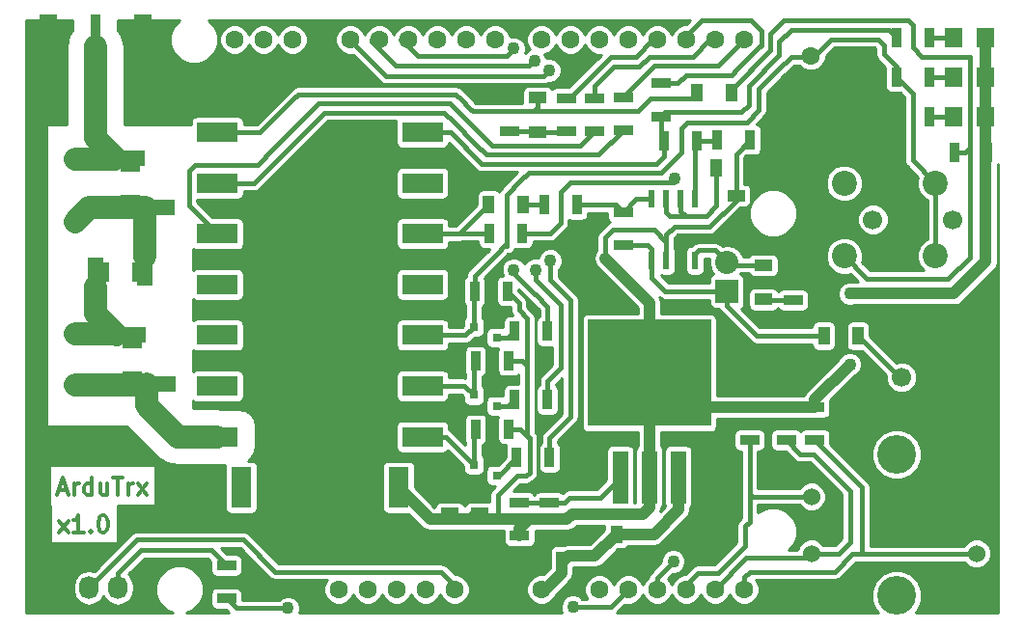
<source format=gbr>
G04 #@! TF.FileFunction,Copper,L1,Top,Signal*
%FSLAX46Y46*%
G04 Gerber Fmt 4.6, Leading zero omitted, Abs format (unit mm)*
G04 Created by KiCad (PCBNEW 4.0.2+dfsg1-stable) date Mo 11 Jun 2018 17:17:46 CEST*
%MOMM*%
G01*
G04 APERTURE LIST*
%ADD10C,0.100000*%
%ADD11C,0.300000*%
%ADD12R,1.000000X1.600000*%
%ADD13R,1.600000X1.000000*%
%ADD14R,1.650000X5.600000*%
%ADD15R,0.900000X5.600000*%
%ADD16C,1.600000*%
%ADD17R,5.160000X1.480000*%
%ADD18R,1.480000X5.160000*%
%ADD19R,0.900000X1.700000*%
%ADD20R,1.700000X0.900000*%
%ADD21R,1.800000X3.600000*%
%ADD22R,3.600000X1.800000*%
%ADD23R,1.390000X4.600000*%
%ADD24R,10.800000X9.400000*%
%ADD25R,0.600000X1.550000*%
%ADD26R,1.597660X1.800860*%
%ADD27R,0.800100X0.800100*%
%ADD28C,3.400000*%
%ADD29C,1.524000*%
%ADD30C,1.700000*%
%ADD31C,2.200000*%
%ADD32R,1.727200X2.032000*%
%ADD33O,1.727200X2.032000*%
%ADD34R,2.032000X2.032000*%
%ADD35O,2.032000X2.032000*%
%ADD36C,1.100000*%
%ADD37C,0.400000*%
%ADD38C,1.000000*%
%ADD39C,2.000000*%
%ADD40C,0.254000*%
G04 APERTURE END LIST*
D10*
D11*
X58121429Y-122478571D02*
X58907143Y-121478571D01*
X58121429Y-121478571D02*
X58907143Y-122478571D01*
X60264286Y-122478571D02*
X59407143Y-122478571D01*
X59835715Y-122478571D02*
X59835715Y-120978571D01*
X59692858Y-121192857D01*
X59550000Y-121335714D01*
X59407143Y-121407143D01*
X60907143Y-122335714D02*
X60978571Y-122407143D01*
X60907143Y-122478571D01*
X60835714Y-122407143D01*
X60907143Y-122335714D01*
X60907143Y-122478571D01*
X61907143Y-120978571D02*
X62050000Y-120978571D01*
X62192857Y-121050000D01*
X62264286Y-121121429D01*
X62335715Y-121264286D01*
X62407143Y-121550000D01*
X62407143Y-121907143D01*
X62335715Y-122192857D01*
X62264286Y-122335714D01*
X62192857Y-122407143D01*
X62050000Y-122478571D01*
X61907143Y-122478571D01*
X61764286Y-122407143D01*
X61692857Y-122335714D01*
X61621429Y-122192857D01*
X61550000Y-121907143D01*
X61550000Y-121550000D01*
X61621429Y-121264286D01*
X61692857Y-121121429D01*
X61764286Y-121050000D01*
X61907143Y-120978571D01*
X58078572Y-118750000D02*
X58792858Y-118750000D01*
X57935715Y-119178571D02*
X58435715Y-117678571D01*
X58935715Y-119178571D01*
X59435715Y-119178571D02*
X59435715Y-118178571D01*
X59435715Y-118464286D02*
X59507143Y-118321429D01*
X59578572Y-118250000D01*
X59721429Y-118178571D01*
X59864286Y-118178571D01*
X61007143Y-119178571D02*
X61007143Y-117678571D01*
X61007143Y-119107143D02*
X60864286Y-119178571D01*
X60578572Y-119178571D01*
X60435714Y-119107143D01*
X60364286Y-119035714D01*
X60292857Y-118892857D01*
X60292857Y-118464286D01*
X60364286Y-118321429D01*
X60435714Y-118250000D01*
X60578572Y-118178571D01*
X60864286Y-118178571D01*
X61007143Y-118250000D01*
X62364286Y-118178571D02*
X62364286Y-119178571D01*
X61721429Y-118178571D02*
X61721429Y-118964286D01*
X61792857Y-119107143D01*
X61935715Y-119178571D01*
X62150000Y-119178571D01*
X62292857Y-119107143D01*
X62364286Y-119035714D01*
X62864286Y-117678571D02*
X63721429Y-117678571D01*
X63292858Y-119178571D02*
X63292858Y-117678571D01*
X64221429Y-119178571D02*
X64221429Y-118178571D01*
X64221429Y-118464286D02*
X64292857Y-118321429D01*
X64364286Y-118250000D01*
X64507143Y-118178571D01*
X64650000Y-118178571D01*
X65007143Y-119178571D02*
X65792857Y-118178571D01*
X65007143Y-118178571D02*
X65792857Y-119178571D01*
D12*
X59500000Y-89700000D03*
X56500000Y-89700000D03*
X59500000Y-95200000D03*
X56500000Y-95200000D03*
X59500000Y-105000000D03*
X56500000Y-105000000D03*
X59500000Y-109500000D03*
X56500000Y-109500000D03*
D13*
X100100000Y-87300000D03*
X100100000Y-84300000D03*
D12*
X107000000Y-122600000D03*
X104000000Y-122600000D03*
X102200000Y-124900000D03*
X99200000Y-124900000D03*
D13*
X95000000Y-120800000D03*
X95000000Y-123800000D03*
X92400000Y-120800000D03*
X92400000Y-123800000D03*
D12*
X98800000Y-93700000D03*
X95800000Y-93700000D03*
D13*
X117500000Y-92900000D03*
X117500000Y-95900000D03*
X119900000Y-99000000D03*
X119900000Y-102000000D03*
D12*
X115800000Y-90500000D03*
X118800000Y-90500000D03*
D14*
X57175000Y-79800000D03*
X65425000Y-79800000D03*
D15*
X61300000Y-79800000D03*
D16*
X105500000Y-127460000D03*
X108040000Y-127460000D03*
X110580000Y-127460000D03*
X113120000Y-127460000D03*
X115660000Y-127460000D03*
X118200000Y-127460000D03*
X82640000Y-127460000D03*
X85180000Y-127460000D03*
X87720000Y-127460000D03*
X90260000Y-127460000D03*
X92800000Y-127460000D03*
X95340000Y-127460000D03*
X97880000Y-127460000D03*
X100420000Y-127460000D03*
X100420000Y-79200000D03*
X102960000Y-79200000D03*
X105500000Y-79200000D03*
X108040000Y-79200000D03*
X110580000Y-79200000D03*
X113120000Y-79200000D03*
X115660000Y-79200000D03*
X73496000Y-79200000D03*
X76036000Y-79200000D03*
X78576000Y-79200000D03*
X81116000Y-79200000D03*
X83656000Y-79200000D03*
X86196000Y-79200000D03*
X88736000Y-79200000D03*
X91276000Y-79200000D03*
X93816000Y-79200000D03*
X96356000Y-79200000D03*
X118200000Y-79200000D03*
D17*
X65710000Y-93965000D03*
X63090000Y-89635000D03*
D18*
X61335000Y-100910000D03*
X65665000Y-98290000D03*
D17*
X65810000Y-109465000D03*
X63190000Y-105135000D03*
D19*
X134450000Y-82500000D03*
X131550000Y-82500000D03*
X97550000Y-113400000D03*
X94650000Y-113400000D03*
X101150000Y-115900000D03*
X98250000Y-115900000D03*
D20*
X105100000Y-84350000D03*
X105100000Y-87250000D03*
X107600000Y-84250000D03*
X107600000Y-87150000D03*
D19*
X134450000Y-86000000D03*
X131550000Y-86000000D03*
X134450000Y-79000000D03*
X131550000Y-79000000D03*
X97550000Y-107400000D03*
X94650000Y-107400000D03*
X100950000Y-110800000D03*
X98050000Y-110800000D03*
X97450000Y-101300000D03*
X94550000Y-101300000D03*
X100950000Y-104800000D03*
X98050000Y-104800000D03*
D20*
X110900000Y-85950000D03*
X110900000Y-83050000D03*
X102600000Y-84350000D03*
X102600000Y-87250000D03*
X97600000Y-87250000D03*
X97600000Y-84350000D03*
X98500000Y-122750000D03*
X98500000Y-119850000D03*
D19*
X98750000Y-96200000D03*
X95850000Y-96200000D03*
D20*
X101100000Y-119850000D03*
X101100000Y-122750000D03*
X72800000Y-128250000D03*
X72800000Y-125350000D03*
X107600000Y-97250000D03*
X107600000Y-94350000D03*
D19*
X103550000Y-93700000D03*
X100650000Y-93700000D03*
X118750000Y-88000000D03*
X115850000Y-88000000D03*
X114050000Y-88100000D03*
X111150000Y-88100000D03*
D20*
X122500000Y-102050000D03*
X122500000Y-99150000D03*
D21*
X87900000Y-118500000D03*
X83300000Y-118500000D03*
X74100000Y-118500000D03*
X78700000Y-118500000D03*
D22*
X90000000Y-87350000D03*
X90000000Y-91800000D03*
X90000000Y-96250000D03*
X90000000Y-100700000D03*
X90000000Y-105150000D03*
X90000000Y-109600000D03*
X72000000Y-87350000D03*
X72000000Y-91800000D03*
X72000000Y-96250000D03*
X72000000Y-100700000D03*
X72000000Y-105150000D03*
X72000000Y-109600000D03*
X72000000Y-114050000D03*
X90000000Y-114050000D03*
D23*
X109900000Y-117600000D03*
D24*
X109900000Y-108450000D03*
D23*
X112440000Y-117600000D03*
X107360000Y-117600000D03*
D25*
X113908500Y-93195500D03*
X112638500Y-93195500D03*
X111368500Y-93195500D03*
X110098500Y-93195500D03*
X110098500Y-98595500D03*
X111368500Y-98595500D03*
X112638500Y-98595500D03*
X113908500Y-98595500D03*
D26*
X139419860Y-82500000D03*
X136580140Y-82500000D03*
X139419860Y-86000000D03*
X136580140Y-86000000D03*
X139419860Y-79000000D03*
X136580140Y-79000000D03*
D27*
X96500760Y-117450000D03*
X96500760Y-115550000D03*
X94501780Y-116500000D03*
X96500760Y-111350000D03*
X96500760Y-109450000D03*
X94501780Y-110400000D03*
X96500760Y-105350000D03*
X96500760Y-103450000D03*
X94501780Y-104400000D03*
D20*
X118700000Y-111450000D03*
X118700000Y-114350000D03*
X121900000Y-111450000D03*
X121900000Y-114350000D03*
X124400000Y-111450000D03*
X124400000Y-114350000D03*
D28*
X131600000Y-128000000D03*
X131600000Y-115600000D03*
D29*
X138600000Y-119300000D03*
X124100000Y-124300000D03*
X138600000Y-124300000D03*
X124100000Y-121800000D03*
X124100000Y-119300000D03*
D12*
X117100000Y-83900000D03*
X114100000Y-83900000D03*
X128200000Y-105200000D03*
X125200000Y-105200000D03*
D19*
X139550000Y-89100000D03*
X136650000Y-89100000D03*
D30*
X129500000Y-95000000D03*
X136500000Y-95000000D03*
D31*
X127000000Y-98200000D03*
X127000000Y-91800000D03*
X135000000Y-91800000D03*
X135000000Y-98200000D03*
D30*
X132000000Y-108850000D03*
X136000000Y-105150000D03*
X137300000Y-108850000D03*
D16*
X122800000Y-83100000D03*
X129800000Y-83100000D03*
X128550000Y-80600000D03*
X124050000Y-80600000D03*
D20*
X64400000Y-93250000D03*
X64400000Y-90350000D03*
D19*
X62050000Y-99600000D03*
X64950000Y-99600000D03*
D20*
X64500000Y-108750000D03*
X64500000Y-105850000D03*
D32*
X58200000Y-127300000D03*
D33*
X60740000Y-127300000D03*
X63280000Y-127300000D03*
D34*
X116700000Y-101300000D03*
D35*
X116700000Y-98760000D03*
D36*
X57300000Y-85200000D03*
X65500000Y-85100000D03*
X127500000Y-107700000D03*
X127500000Y-101500000D03*
X78200000Y-129100000D03*
X103200000Y-129000000D03*
X112100000Y-91400000D03*
X112000000Y-125000000D03*
X101200000Y-98600000D03*
X101100000Y-81900000D03*
X99800000Y-81100000D03*
X99900000Y-99400000D03*
X98000000Y-80000000D03*
X98000000Y-99400000D03*
D37*
X65425000Y-79800000D02*
X65425000Y-85025000D01*
X57225000Y-85125000D02*
X57175000Y-85125000D01*
X57300000Y-85200000D02*
X57225000Y-85125000D01*
X65425000Y-85025000D02*
X65500000Y-85100000D01*
X57175000Y-85125000D02*
X57175000Y-79800000D01*
X57175000Y-79800000D02*
X57175000Y-85125000D01*
X57175000Y-85125000D02*
X57100000Y-85200000D01*
X129800000Y-83100000D02*
X129800000Y-84250000D01*
X129800000Y-84250000D02*
X131550000Y-86000000D01*
X128550000Y-80600000D02*
X128550000Y-81850000D01*
X128550000Y-81850000D02*
X129800000Y-83100000D01*
X122800000Y-83100000D02*
X129800000Y-83100000D01*
X95340000Y-127460000D02*
X95340000Y-124140000D01*
X95340000Y-124140000D02*
X95000000Y-123800000D01*
X97880000Y-127460000D02*
X95340000Y-127460000D01*
X92400000Y-123800000D02*
X89400000Y-123800000D01*
X95000000Y-123800000D02*
X92400000Y-123800000D01*
X97880000Y-127460000D02*
X97880000Y-127980000D01*
X97880000Y-127980000D02*
X98900000Y-129000000D01*
X108900000Y-125900000D02*
X111200000Y-123600000D01*
X104500000Y-125900000D02*
X108900000Y-125900000D01*
X101400000Y-129000000D02*
X104500000Y-125900000D01*
X98900000Y-129000000D02*
X101400000Y-129000000D01*
X99200000Y-124900000D02*
X96100000Y-124900000D01*
X96100000Y-124900000D02*
X95000000Y-123800000D01*
X101800000Y-122750000D02*
X101650000Y-122750000D01*
X101650000Y-122750000D02*
X99500000Y-124900000D01*
X99500000Y-124900000D02*
X99200000Y-124900000D01*
X104000000Y-122600000D02*
X101950000Y-122600000D01*
X101950000Y-122600000D02*
X101800000Y-122750000D01*
X83800000Y-83199994D02*
X68824994Y-83199994D01*
X68824994Y-83199994D02*
X65425000Y-79800000D01*
X89600000Y-83199994D02*
X83800000Y-83199994D01*
X88900000Y-83199994D02*
X89600000Y-83199994D01*
X89600000Y-83199994D02*
X94299994Y-83199994D01*
X94299994Y-83199994D02*
X94900000Y-83800000D01*
X88900000Y-83199994D02*
X89000000Y-83199994D01*
X97600000Y-84350000D02*
X95450000Y-84350000D01*
X95450000Y-84350000D02*
X94900000Y-83800000D01*
X117500000Y-113000000D02*
X132600000Y-113000000D01*
X132600000Y-113000000D02*
X132550000Y-112950000D01*
X116300000Y-114200000D02*
X117500000Y-113000000D01*
X116300000Y-118500000D02*
X116300000Y-114200000D01*
X111200000Y-123600000D02*
X116300000Y-118500000D01*
X118800000Y-90500000D02*
X123200000Y-90500000D01*
X123100000Y-90600000D02*
X123200000Y-90600000D01*
X123200000Y-90500000D02*
X123100000Y-90600000D01*
X117500000Y-95900000D02*
X117500000Y-96300000D01*
X117500000Y-96300000D02*
X117200000Y-96600000D01*
X123200000Y-97700000D02*
X123200000Y-99800000D01*
X126300000Y-102900000D02*
X129300000Y-102900000D01*
X123200000Y-99800000D02*
X126300000Y-102900000D01*
X123200000Y-92900000D02*
X123200000Y-90600000D01*
X123200000Y-90600000D02*
X123200000Y-88700000D01*
X123200000Y-88700000D02*
X125900000Y-86000000D01*
X125900000Y-86000000D02*
X131550000Y-86000000D01*
X136000000Y-105150000D02*
X134000000Y-105150000D01*
X133900000Y-105200000D02*
X134000000Y-105200000D01*
X133950000Y-105200000D02*
X133900000Y-105200000D01*
X134000000Y-105150000D02*
X133950000Y-105200000D01*
X137300000Y-108850000D02*
X134650000Y-108850000D01*
X134650000Y-108850000D02*
X134000000Y-109500000D01*
X138600000Y-119300000D02*
X138600000Y-119000000D01*
X138600000Y-119000000D02*
X132550000Y-112950000D01*
X123200000Y-96100000D02*
X123200000Y-97700000D01*
X129300000Y-102900000D02*
X132600000Y-102900000D01*
X132600000Y-102900000D02*
X134000000Y-104300000D01*
X134000000Y-104300000D02*
X134000000Y-105200000D01*
X134000000Y-105200000D02*
X134000000Y-109500000D01*
X134000000Y-111500000D02*
X132550000Y-112950000D01*
X134000000Y-109500000D02*
X134000000Y-111500000D01*
X122800000Y-97400000D02*
X123200000Y-97000000D01*
X123200000Y-97000000D02*
X123200000Y-96100000D01*
X123200000Y-96100000D02*
X123200000Y-92900000D01*
X122500000Y-99150000D02*
X122500000Y-97700000D01*
X122500000Y-97700000D02*
X122800000Y-97400000D01*
X122800000Y-97400000D02*
X122900000Y-97300000D01*
X112638500Y-98595500D02*
X112638500Y-97361500D01*
X119400000Y-97300000D02*
X122900000Y-97300000D01*
X118700000Y-96600000D02*
X119400000Y-97300000D01*
X113400000Y-96600000D02*
X117200000Y-96600000D01*
X117200000Y-96600000D02*
X118700000Y-96600000D01*
X112638500Y-97361500D02*
X113400000Y-96600000D01*
X78700000Y-118500000D02*
X78700000Y-114400000D01*
X79100000Y-114100000D02*
X79100000Y-114000000D01*
X79000000Y-114100000D02*
X79100000Y-114100000D01*
X78700000Y-114400000D02*
X79000000Y-114100000D01*
X83300000Y-118500000D02*
X83300000Y-112500000D01*
X83300000Y-112500000D02*
X83500000Y-112300000D01*
X83300000Y-118500000D02*
X83300000Y-123100000D01*
X83300000Y-123100000D02*
X84000000Y-123800000D01*
X89400000Y-123800000D02*
X84000000Y-123800000D01*
X84000000Y-123800000D02*
X78700000Y-118500000D01*
X83500000Y-112300000D02*
X80800000Y-112300000D01*
X80800000Y-112300000D02*
X79100000Y-114000000D01*
X56500000Y-105000000D02*
X56500000Y-95200000D01*
X56500000Y-109500000D02*
X56500000Y-111500000D01*
X56500000Y-111500000D02*
X56500000Y-113400000D01*
X56500000Y-105000000D02*
X56500000Y-109500000D01*
X56500000Y-89700000D02*
X56500000Y-80475000D01*
X56500000Y-80475000D02*
X57175000Y-79800000D01*
X56500000Y-89700000D02*
X56500000Y-113400000D01*
X56500000Y-113400000D02*
X56500000Y-125600000D01*
X56500000Y-125600000D02*
X58200000Y-127300000D01*
X100100000Y-87300000D02*
X102550000Y-87300000D01*
X102550000Y-87300000D02*
X102600000Y-87250000D01*
X97600000Y-87250000D02*
X100050000Y-87250000D01*
X100050000Y-87250000D02*
X100100000Y-87300000D01*
X100100000Y-84300000D02*
X100100000Y-85125000D01*
X100100000Y-85125000D02*
X99725000Y-85500000D01*
X110800000Y-84400000D02*
X113600000Y-84400000D01*
X113600000Y-84400000D02*
X114100000Y-83900000D01*
X83900000Y-83999996D02*
X79100004Y-83999996D01*
X79100004Y-83999996D02*
X78700000Y-84400000D01*
X83900000Y-83999996D02*
X92899996Y-83999996D01*
X92899996Y-83999996D02*
X93300000Y-84400000D01*
X94200000Y-85300000D02*
X93300000Y-84400000D01*
X97800000Y-85500000D02*
X99000000Y-85500000D01*
X97800000Y-85500000D02*
X97700000Y-85500000D01*
X94400000Y-85500000D02*
X94200000Y-85300000D01*
X97700000Y-85500000D02*
X94400000Y-85500000D01*
X78700000Y-84400000D02*
X75750000Y-87350000D01*
X75750000Y-87350000D02*
X72000000Y-87350000D01*
X99000000Y-85500000D02*
X99725000Y-85500000D01*
X99725000Y-85500000D02*
X108900000Y-85500000D01*
X110800000Y-84400000D02*
X110000000Y-84400000D01*
X110000000Y-84400000D02*
X108900000Y-85500000D01*
D38*
X105100000Y-124500000D02*
X107000000Y-122600000D01*
X102200000Y-124900000D02*
X102400000Y-124900000D01*
X102400000Y-124900000D02*
X102800000Y-124500000D01*
X102800000Y-124500000D02*
X105100000Y-124500000D01*
X100420000Y-127460000D02*
X100740000Y-127460000D01*
X100740000Y-127460000D02*
X102200000Y-126000000D01*
X102200000Y-126000000D02*
X102200000Y-124900000D01*
X107000000Y-122600000D02*
X110300000Y-122600000D01*
X110300000Y-122600000D02*
X112440000Y-120460000D01*
X112440000Y-120460000D02*
X112440000Y-117600000D01*
D37*
X112440000Y-120460000D02*
X112440000Y-117600000D01*
X110300000Y-122600000D02*
X112440000Y-120460000D01*
X100740000Y-127460000D02*
X102200000Y-126000000D01*
X102200000Y-126000000D02*
X102200000Y-124900000D01*
D38*
X109900000Y-108450000D02*
X109900000Y-102300000D01*
X109900000Y-102300000D02*
X106000000Y-98400000D01*
X127500000Y-101500000D02*
X136600000Y-101500000D01*
X139419860Y-98680140D02*
X139419860Y-79000000D01*
X136600000Y-101500000D02*
X139419860Y-98680140D01*
X124400000Y-111450000D02*
X124400000Y-110800000D01*
X124400000Y-110800000D02*
X127500000Y-107700000D01*
X124400000Y-111450000D02*
X112900000Y-111450000D01*
X112900000Y-111450000D02*
X109900000Y-108450000D01*
X98500000Y-122750000D02*
X98500000Y-122100000D01*
X98500000Y-122100000D02*
X99300000Y-121300000D01*
D37*
X96600000Y-121300000D02*
X96600000Y-119200000D01*
X96600000Y-119200000D02*
X98300000Y-117500000D01*
D38*
X101500000Y-121300000D02*
X102650000Y-121300000D01*
X102650000Y-121300000D02*
X103112500Y-120837500D01*
X104600000Y-120837500D02*
X103112500Y-120837500D01*
D37*
X98300000Y-117500000D02*
X99100000Y-117500000D01*
X99400000Y-117200000D02*
X99100000Y-117500000D01*
X99162500Y-113962500D02*
X99400000Y-114200000D01*
X99400000Y-114200000D02*
X99400000Y-115700000D01*
X99400000Y-115700000D02*
X99400000Y-117200000D01*
D38*
X106700000Y-120837500D02*
X104600000Y-120837500D01*
D37*
X103112500Y-120837500D02*
X102900000Y-121050000D01*
X102900000Y-121050000D02*
X102900000Y-121100000D01*
X102900000Y-121100000D02*
X102900000Y-121050000D01*
D38*
X101800000Y-121300000D02*
X101500000Y-121300000D01*
X101500000Y-121300000D02*
X99300000Y-121300000D01*
X99300000Y-121300000D02*
X96600000Y-121300000D01*
X96600000Y-121300000D02*
X90700000Y-121300000D01*
X90700000Y-121300000D02*
X87900000Y-118500000D01*
X108100000Y-120837500D02*
X109337500Y-120837500D01*
X109337500Y-120837500D02*
X109900000Y-120275000D01*
X108100000Y-120837500D02*
X106700000Y-120837500D01*
X109900000Y-117600000D02*
X109900000Y-120275000D01*
X109900000Y-120275000D02*
X109337500Y-120837500D01*
X109900000Y-117600000D02*
X109900000Y-108450000D01*
D37*
X97700000Y-121300000D02*
X101800000Y-121300000D01*
X101800000Y-121300000D02*
X102650000Y-121300000D01*
X102650000Y-121300000D02*
X102900000Y-121050000D01*
X118700000Y-111450000D02*
X112900000Y-111450000D01*
X112900000Y-111450000D02*
X109900000Y-108450000D01*
X121900000Y-111450000D02*
X112900000Y-111450000D01*
X112900000Y-111450000D02*
X109900000Y-108450000D01*
X99162500Y-109425000D02*
X99162500Y-103662500D01*
X98450000Y-102300000D02*
X97450000Y-101300000D01*
X98450000Y-102950000D02*
X98450000Y-102300000D01*
X99162500Y-103662500D02*
X98450000Y-102950000D01*
X99162500Y-113962500D02*
X99162500Y-109425000D01*
X99162500Y-109425000D02*
X99162500Y-107837500D01*
X99162500Y-107837500D02*
X98725000Y-107400000D01*
X97550000Y-107400000D02*
X98725000Y-107400000D01*
X95000000Y-120800000D02*
X94225000Y-120800000D01*
X94225000Y-120800000D02*
X93725000Y-121300000D01*
X92400000Y-120800000D02*
X92400000Y-120825000D01*
X92400000Y-120825000D02*
X92875000Y-121300000D01*
X92875000Y-121300000D02*
X92400000Y-120800000D01*
X95000000Y-120800000D02*
X95050000Y-120800000D01*
X95050000Y-120800000D02*
X95550000Y-121300000D01*
X95550000Y-121300000D02*
X95000000Y-120800000D01*
X139550000Y-89100000D02*
X139550000Y-98050000D01*
X136100000Y-101500000D02*
X132600000Y-101500000D01*
X139550000Y-98050000D02*
X136100000Y-101500000D01*
X97550000Y-113400000D02*
X98600000Y-113400000D01*
X98600000Y-113400000D02*
X99162500Y-113962500D01*
X91600000Y-121300000D02*
X93725000Y-121300000D01*
X93725000Y-121300000D02*
X97100000Y-121300000D01*
X97100000Y-121300000D02*
X97700000Y-121300000D01*
X127500000Y-107700000D02*
X124400000Y-110800000D01*
X132600000Y-101500000D02*
X127500000Y-101500000D01*
X112900000Y-111450000D02*
X109900000Y-108450000D01*
X109900000Y-102300000D02*
X108400000Y-100800000D01*
X107100000Y-95900000D02*
X106700000Y-95900000D01*
X106000000Y-96600000D02*
X106000000Y-98400000D01*
X106700000Y-95900000D02*
X106000000Y-96600000D01*
X117500000Y-92900000D02*
X117500000Y-89250000D01*
X117500000Y-89250000D02*
X118750000Y-88000000D01*
X113700000Y-95600000D02*
X115200000Y-95600000D01*
X115200000Y-95600000D02*
X117500000Y-93300000D01*
X117500000Y-93300000D02*
X117500000Y-92900000D01*
X111368500Y-98595500D02*
X111368500Y-96331500D01*
X111368500Y-96331500D02*
X112100000Y-95600000D01*
X112100000Y-95600000D02*
X113700000Y-95600000D01*
X106000000Y-98400000D02*
X108400000Y-100800000D01*
X111368500Y-98595500D02*
X111368500Y-96968500D01*
X110300000Y-95900000D02*
X107100000Y-95900000D01*
X111368500Y-96968500D02*
X110300000Y-95900000D01*
X139419860Y-82500000D02*
X139419860Y-86000000D01*
X139419860Y-82500000D02*
X139419860Y-79000000D01*
X139550000Y-89100000D02*
X139550000Y-86330140D01*
X139550000Y-86330140D02*
X139419860Y-86200000D01*
X139419860Y-86200000D02*
X139419860Y-78700000D01*
X93100000Y-121300000D02*
X91600000Y-121300000D01*
X91600000Y-121300000D02*
X90700000Y-121300000D01*
X90700000Y-121300000D02*
X87900000Y-118500000D01*
X100650000Y-93700000D02*
X98800000Y-93700000D01*
X95850000Y-96200000D02*
X93100000Y-96200000D01*
X93100000Y-96200000D02*
X93050000Y-96250000D01*
X90000000Y-96250000D02*
X93050000Y-96250000D01*
X93050000Y-96250000D02*
X93250000Y-96250000D01*
X93250000Y-96250000D02*
X95800000Y-93700000D01*
X119900000Y-99000000D02*
X116940000Y-99000000D01*
X116940000Y-99000000D02*
X116700000Y-98760000D01*
X113908500Y-98595500D02*
X113908500Y-97991500D01*
X113908500Y-97991500D02*
X114200000Y-97700000D01*
X114200000Y-97700000D02*
X115640000Y-97700000D01*
X115640000Y-97700000D02*
X116700000Y-98760000D01*
X122500000Y-102050000D02*
X119950000Y-102050000D01*
X119950000Y-102050000D02*
X119900000Y-102000000D01*
X113525000Y-94700000D02*
X111700000Y-94700000D01*
X111368500Y-94368500D02*
X111368500Y-93195500D01*
X111700000Y-94700000D02*
X111368500Y-94368500D01*
X112638500Y-93195500D02*
X112638500Y-94238500D01*
X112638500Y-94238500D02*
X113100000Y-94700000D01*
X115800000Y-93800000D02*
X115800000Y-91300000D01*
X114900000Y-94700000D02*
X115800000Y-93800000D01*
X113100000Y-94700000D02*
X113525000Y-94700000D01*
X113525000Y-94700000D02*
X114900000Y-94700000D01*
X105625000Y-129000000D02*
X106500000Y-129000000D01*
X106500000Y-129000000D02*
X108040000Y-127460000D01*
X78200000Y-129100000D02*
X73650000Y-129100000D01*
X73650000Y-129100000D02*
X72800000Y-128250000D01*
X103900000Y-129000000D02*
X103200000Y-129000000D01*
X105625000Y-129000000D02*
X103900000Y-129000000D01*
X108600000Y-91725000D02*
X111775000Y-91725000D01*
X111775000Y-91725000D02*
X112100000Y-91400000D01*
X108900000Y-91725000D02*
X108600000Y-91725000D01*
X108600000Y-91725000D02*
X102975000Y-91725000D01*
X102975000Y-91725000D02*
X102100000Y-92600000D01*
X112000000Y-91725000D02*
X108900000Y-91725000D01*
X98750000Y-96200000D02*
X101200000Y-96200000D01*
X102100000Y-95300000D02*
X102100000Y-92600000D01*
X101200000Y-96200000D02*
X102100000Y-95300000D01*
X110580000Y-126420000D02*
X110580000Y-127460000D01*
X112000000Y-125000000D02*
X110580000Y-126420000D01*
X114175000Y-126025000D02*
X115925000Y-126025000D01*
X118300000Y-123650000D02*
X118300000Y-121900000D01*
X115925000Y-126025000D02*
X118300000Y-123650000D01*
X118700000Y-118500000D02*
X118700000Y-121500000D01*
X118700000Y-121500000D02*
X118300000Y-121900000D01*
X114175000Y-126025000D02*
X113120000Y-127080000D01*
X113120000Y-127080000D02*
X113120000Y-127460000D01*
X118700000Y-114350000D02*
X118700000Y-118500000D01*
X118700000Y-118500000D02*
X118700000Y-119100000D01*
X118700000Y-119100000D02*
X118900000Y-119300000D01*
X124100000Y-119300000D02*
X118900000Y-119300000D01*
X121475000Y-124700000D02*
X118420000Y-124700000D01*
X118420000Y-124700000D02*
X115660000Y-127460000D01*
X124100000Y-124300000D02*
X126500000Y-124300000D01*
X123150000Y-115600000D02*
X121900000Y-114350000D01*
X124300000Y-115600000D02*
X123150000Y-115600000D01*
X127500000Y-118800000D02*
X124300000Y-115600000D01*
X127500000Y-123300000D02*
X127500000Y-118800000D01*
X126500000Y-124300000D02*
X127500000Y-123300000D01*
X121475000Y-124700000D02*
X123700000Y-124700000D01*
X123700000Y-124700000D02*
X124100000Y-124300000D01*
X125200000Y-125900000D02*
X126150000Y-125900000D01*
X127700000Y-124350000D02*
X128550000Y-124350000D01*
X126150000Y-125900000D02*
X127700000Y-124350000D01*
X120975000Y-125900000D02*
X118700000Y-125900000D01*
X118700000Y-125900000D02*
X118200000Y-126400000D01*
X118200000Y-126400000D02*
X118200000Y-127460000D01*
X128550000Y-124350000D02*
X128550000Y-118500000D01*
X128550000Y-118500000D02*
X124400000Y-114350000D01*
X128550000Y-124350000D02*
X138550000Y-124350000D01*
X138550000Y-124350000D02*
X138600000Y-124300000D01*
X118200000Y-127460000D02*
X118240000Y-127460000D01*
X120975000Y-125900000D02*
X125200000Y-125900000D01*
X92800000Y-127460000D02*
X92800000Y-127100000D01*
X92800000Y-127100000D02*
X91600000Y-125900000D01*
X64940000Y-123100000D02*
X60740000Y-127300000D01*
X74300000Y-123100000D02*
X64940000Y-123100000D01*
X77100000Y-125900000D02*
X74300000Y-123100000D01*
X91600000Y-125900000D02*
X77100000Y-125900000D01*
X102600000Y-84350000D02*
X102850000Y-84350000D01*
X102850000Y-84350000D02*
X106500000Y-80700000D01*
X108700000Y-80700000D02*
X110200000Y-79200000D01*
X106500000Y-80700000D02*
X108700000Y-80700000D01*
X119700000Y-78400000D02*
X119700000Y-79725000D01*
X119700000Y-79725000D02*
X119525000Y-79900000D01*
X116225000Y-82300004D02*
X117124996Y-82300004D01*
X117124996Y-82300004D02*
X117662500Y-81762500D01*
X117662500Y-81762500D02*
X119525000Y-79900000D01*
X110900000Y-83050000D02*
X112350004Y-83050000D01*
X113100000Y-82300004D02*
X116225000Y-82300004D01*
X112350004Y-83050000D02*
X113100000Y-82300004D01*
X116900000Y-77500000D02*
X118800000Y-77500000D01*
X118800000Y-77500000D02*
X119700000Y-78400000D01*
X113120000Y-79200000D02*
X113120000Y-78880000D01*
X113120000Y-78880000D02*
X114500000Y-77500000D01*
X114500000Y-77500000D02*
X116900000Y-77500000D01*
X109900000Y-80700000D02*
X113700000Y-80700000D01*
X105100000Y-83300000D02*
X106800000Y-81600000D01*
X106800000Y-81600000D02*
X109000000Y-81600000D01*
X109000000Y-81600000D02*
X109900000Y-80700000D01*
X105100000Y-84350000D02*
X105100000Y-83300000D01*
X113700000Y-80700000D02*
X115200000Y-79200000D01*
X115200000Y-79200000D02*
X115660000Y-79200000D01*
X103000000Y-103200000D02*
X102975000Y-103200000D01*
X103000000Y-102100000D02*
X103000000Y-103200000D01*
X101200000Y-100300000D02*
X103000000Y-102100000D01*
X101200000Y-99700000D02*
X101200000Y-100300000D01*
X101200000Y-98600000D02*
X101200000Y-99700000D01*
X98425000Y-82400000D02*
X100600000Y-82400000D01*
X100600000Y-82400000D02*
X101100000Y-81900000D01*
X101150000Y-115900000D02*
X101150000Y-114150000D01*
X102975000Y-112325000D02*
X102975000Y-103200000D01*
X101150000Y-114150000D02*
X102975000Y-112325000D01*
X98425000Y-82400000D02*
X98425000Y-82399992D01*
X96500000Y-82399992D02*
X98425000Y-82399992D01*
X83656000Y-79255992D02*
X86800000Y-82399992D01*
X86800000Y-82399992D02*
X96500000Y-82399992D01*
X83656000Y-79200000D02*
X83656000Y-79255992D01*
X102125000Y-104900000D02*
X102125000Y-102525000D01*
X99900000Y-100300000D02*
X99900000Y-99400000D01*
X102125000Y-102525000D02*
X99900000Y-100300000D01*
X87625000Y-81525000D02*
X96500000Y-81525000D01*
X85496000Y-79396000D02*
X87625000Y-81525000D01*
X99375000Y-81525000D02*
X99800000Y-81100000D01*
X96500000Y-81525000D02*
X99375000Y-81525000D01*
X100950000Y-110800000D02*
X100950000Y-109200000D01*
X102125000Y-108025000D02*
X102125000Y-104900000D01*
X100950000Y-109200000D02*
X102125000Y-108025000D01*
X85496000Y-79200000D02*
X85496000Y-79396000D01*
X86196000Y-79200000D02*
X86196000Y-79295990D01*
X99900000Y-101575000D02*
X99875000Y-101575000D01*
X98000000Y-99700000D02*
X98000000Y-99400000D01*
X99875000Y-101575000D02*
X98000000Y-99700000D01*
X88125000Y-79200000D02*
X89575000Y-80650000D01*
X89575000Y-80650000D02*
X96400000Y-80650000D01*
X97350000Y-80650000D02*
X98000000Y-80000000D01*
X96400000Y-80650000D02*
X97350000Y-80650000D01*
X99900000Y-101575000D02*
X100950000Y-102625000D01*
X100950000Y-102625000D02*
X100950000Y-104800000D01*
X88036000Y-79200000D02*
X88125000Y-79200000D01*
X100950000Y-104800000D02*
X100950000Y-104350000D01*
X107600000Y-84250000D02*
X107600000Y-84200002D01*
X107600000Y-84200002D02*
X110300000Y-81500002D01*
X115899998Y-81500002D02*
X118200000Y-79200000D01*
X110300000Y-81500002D02*
X115899998Y-81500002D01*
X90000000Y-114050000D02*
X92051780Y-114050000D01*
X92051780Y-114050000D02*
X94501780Y-116500000D01*
X92051780Y-114050000D02*
X94501780Y-116500000D01*
X94501780Y-116500000D02*
X94501780Y-113548220D01*
X94501780Y-113548220D02*
X94650000Y-113400000D01*
X96500760Y-117450000D02*
X96700000Y-117450000D01*
X96700000Y-117450000D02*
X98250000Y-115900000D01*
X96500760Y-117450000D02*
X96750000Y-117450000D01*
X69500000Y-92500000D02*
X69500000Y-90700000D01*
X75500000Y-90200000D02*
X76900000Y-88800000D01*
X70000000Y-90200000D02*
X75500000Y-90200000D01*
X69500000Y-90700000D02*
X70000000Y-90200000D01*
X98800000Y-88500000D02*
X96100000Y-88500000D01*
X96100000Y-88500000D02*
X94900000Y-87300000D01*
X99700000Y-88500000D02*
X103850000Y-88500000D01*
X103850000Y-88500000D02*
X105100000Y-87250000D01*
X98800000Y-88500000D02*
X99700000Y-88500000D01*
X82100000Y-84799998D02*
X80900002Y-84799998D01*
X80400000Y-85300000D02*
X76900000Y-88800000D01*
X80900002Y-84799998D02*
X80400000Y-85300000D01*
X91500000Y-84799998D02*
X82100000Y-84799998D01*
X91500000Y-84799998D02*
X92399998Y-84799998D01*
X92399998Y-84799998D02*
X92600000Y-85000000D01*
X92600000Y-85000000D02*
X94900000Y-87300000D01*
X69500000Y-93750000D02*
X72000000Y-96250000D01*
X69500000Y-92500000D02*
X69500000Y-93750000D01*
X99600000Y-89300002D02*
X95600002Y-89300002D01*
X95600002Y-89300002D02*
X94700000Y-88400000D01*
X100000000Y-89300002D02*
X105449998Y-89300002D01*
X100000000Y-89300002D02*
X99600000Y-89300002D01*
X105449998Y-89300002D02*
X107600000Y-87150000D01*
X94700000Y-88400000D02*
X92700000Y-86400000D01*
X90900000Y-85600000D02*
X91900000Y-85600000D01*
X90900000Y-85600000D02*
X81400000Y-85600000D01*
X81400000Y-85600000D02*
X75200000Y-91800000D01*
X75200000Y-91800000D02*
X72000000Y-91800000D01*
X91900000Y-85600000D02*
X92700000Y-86400000D01*
X72000000Y-91800000D02*
X73000000Y-91800000D01*
X90000000Y-109600000D02*
X93701780Y-109600000D01*
X93701780Y-109600000D02*
X94501780Y-110400000D01*
X94501780Y-110400000D02*
X94501780Y-107548220D01*
X94501780Y-107548220D02*
X94650000Y-107400000D01*
X89300000Y-109600000D02*
X93701780Y-109600000D01*
X93701780Y-109600000D02*
X94501780Y-110400000D01*
X96500760Y-111350000D02*
X97500000Y-111350000D01*
X97500000Y-111350000D02*
X98050000Y-110800000D01*
X107900000Y-90900006D02*
X110899994Y-90900006D01*
X112700000Y-89100000D02*
X112700000Y-88200000D01*
X110899994Y-90900006D02*
X112700000Y-89100000D01*
X96337500Y-98162500D02*
X97400000Y-97100000D01*
X97425000Y-97325000D02*
X97400000Y-97325000D01*
X97400000Y-97300000D02*
X97425000Y-97325000D01*
X97400000Y-97100000D02*
X97400000Y-97300000D01*
X90000000Y-105150000D02*
X93751780Y-105150000D01*
X93751780Y-105150000D02*
X94501780Y-104400000D01*
X94501780Y-104400000D02*
X94501780Y-101348220D01*
X94501780Y-101348220D02*
X94550000Y-101300000D01*
X106700000Y-90900006D02*
X107900000Y-90900006D01*
X113250000Y-86450000D02*
X115800000Y-86450000D01*
X121200000Y-81850000D02*
X122325000Y-80725000D01*
X122325000Y-80725000D02*
X123925000Y-80725000D01*
X121200000Y-81850000D02*
X119500000Y-83550000D01*
X119500000Y-83550000D02*
X119500000Y-85400000D01*
X119500000Y-85400000D02*
X118450000Y-86450000D01*
X115800000Y-86450000D02*
X118450000Y-86450000D01*
X112700000Y-87000000D02*
X113250000Y-86450000D01*
X112700000Y-87700000D02*
X112700000Y-87000000D01*
X112700000Y-87700000D02*
X112700000Y-88200000D01*
X100700000Y-90900006D02*
X106700000Y-90900006D01*
X97400000Y-92800000D02*
X98600000Y-91600000D01*
X97400000Y-97325000D02*
X97400000Y-93600000D01*
X97400000Y-93600000D02*
X97400000Y-92800000D01*
X99299994Y-90900006D02*
X98600000Y-91600000D01*
X100700000Y-90900006D02*
X99299994Y-90900006D01*
X133000000Y-85375000D02*
X133000000Y-83950000D01*
X133000000Y-83950000D02*
X131550000Y-82500000D01*
X129875000Y-79175000D02*
X129950000Y-79175000D01*
X129950000Y-79175000D02*
X130450000Y-79675000D01*
X130450000Y-79675000D02*
X130450000Y-80475000D01*
X130450000Y-80475000D02*
X131550000Y-81575000D01*
X131550000Y-81575000D02*
X131550000Y-82500000D01*
X124425000Y-80600000D02*
X125850000Y-79175000D01*
X125850000Y-79175000D02*
X129875000Y-79175000D01*
X124050000Y-80600000D02*
X124425000Y-80600000D01*
X123925000Y-80725000D02*
X124050000Y-80600000D01*
X94550000Y-99950000D02*
X96337500Y-98162500D01*
X96337500Y-98162500D02*
X96700000Y-97800000D01*
X94550000Y-101300000D02*
X94550000Y-99950000D01*
X135000000Y-91800000D02*
X135000000Y-98200000D01*
X133000000Y-89800000D02*
X135000000Y-91800000D01*
X133000000Y-85375000D02*
X133000000Y-89800000D01*
X135000000Y-91800000D02*
X135000000Y-91600000D01*
X89300000Y-105150000D02*
X93751780Y-105150000D01*
X93751780Y-105150000D02*
X94501780Y-104400000D01*
X96500760Y-105350000D02*
X97500000Y-105350000D01*
X97500000Y-105350000D02*
X98050000Y-104800000D01*
X110900000Y-85950000D02*
X110900000Y-87850000D01*
X110900000Y-87850000D02*
X111150000Y-88100000D01*
X106075000Y-90100004D02*
X110474996Y-90100004D01*
X111150000Y-89425000D02*
X111150000Y-88100000D01*
X110474996Y-90100004D02*
X111150000Y-89425000D01*
X90000000Y-87350000D02*
X92450000Y-87350000D01*
X95200004Y-90100004D02*
X96025000Y-90100004D01*
X92450000Y-87350000D02*
X95200004Y-90100004D01*
X129025000Y-78350000D02*
X130900000Y-78350000D01*
X130900000Y-78350000D02*
X131550000Y-79000000D01*
X123400000Y-78350000D02*
X122325004Y-78350000D01*
X118625000Y-83250000D02*
X118625000Y-83925000D01*
X121300004Y-80574996D02*
X118625000Y-83250000D01*
X121300004Y-79375000D02*
X121300004Y-80574996D01*
X122325004Y-78350000D02*
X121300004Y-79375000D01*
X129025000Y-78350000D02*
X123400000Y-78350000D01*
X118000000Y-85575000D02*
X111275000Y-85575000D01*
X118625000Y-83925000D02*
X118625000Y-84950000D01*
X118625000Y-84950000D02*
X118000000Y-85575000D01*
X111275000Y-85575000D02*
X110900000Y-85950000D01*
X98200000Y-90100004D02*
X96025000Y-90100004D01*
X98200000Y-90100004D02*
X106075000Y-90100004D01*
X91450000Y-87350000D02*
X90000000Y-87350000D01*
X110950000Y-86000000D02*
X110900000Y-85950000D01*
X101800000Y-119850000D02*
X102450000Y-119850000D01*
X102450000Y-119850000D02*
X102900000Y-119400000D01*
X105560000Y-119400000D02*
X107360000Y-117600000D01*
X102900000Y-119400000D02*
X105560000Y-119400000D01*
X99200000Y-119850000D02*
X101800000Y-119850000D01*
X107360000Y-117600000D02*
X107360000Y-119540000D01*
X110098500Y-93195500D02*
X108754500Y-93195500D01*
X108754500Y-93195500D02*
X107600000Y-94350000D01*
X103550000Y-93700000D02*
X106950000Y-93700000D01*
X106950000Y-93700000D02*
X107600000Y-94350000D01*
X114050000Y-88100000D02*
X115750000Y-88100000D01*
X115750000Y-88100000D02*
X115850000Y-88000000D01*
X113908500Y-93195500D02*
X113908500Y-88241500D01*
X113908500Y-88241500D02*
X114050000Y-88100000D01*
X122950000Y-77500000D02*
X121675002Y-77500000D01*
X120500002Y-80174998D02*
X117100000Y-83575000D01*
X120500002Y-78675000D02*
X120500002Y-80174998D01*
X121675002Y-77500000D02*
X120500002Y-78675000D01*
X117100000Y-83575000D02*
X117100000Y-83900000D01*
X117100000Y-83900000D02*
X117400000Y-83900000D01*
X122950000Y-77500000D02*
X129900000Y-77500000D01*
X136650000Y-89100000D02*
X137600000Y-89100000D01*
X137600000Y-89100000D02*
X138000000Y-88700000D01*
X138000000Y-88700000D02*
X138000000Y-98300000D01*
X138000000Y-98300000D02*
X136100000Y-100200000D01*
X136100000Y-100200000D02*
X129000000Y-100200000D01*
X129000000Y-100200000D02*
X127000000Y-98200000D01*
X138000000Y-83200000D02*
X138000000Y-88700000D01*
X134900000Y-80700000D02*
X133800000Y-80700000D01*
X132600000Y-77500000D02*
X129900000Y-77500000D01*
X133000000Y-77900000D02*
X132600000Y-77500000D01*
X133000000Y-79900000D02*
X133000000Y-77900000D01*
X133800000Y-80700000D02*
X133000000Y-79900000D01*
X138000000Y-80700000D02*
X138000000Y-83200000D01*
X138000000Y-80700000D02*
X134900000Y-80700000D01*
X136650000Y-89100000D02*
X136700000Y-89100000D01*
X132000000Y-108850000D02*
X131850000Y-108850000D01*
X131850000Y-108850000D02*
X128200000Y-105200000D01*
X107600000Y-97250000D02*
X109750000Y-97250000D01*
X109750000Y-97250000D02*
X110098500Y-97598500D01*
X110098500Y-97598500D02*
X110098500Y-98595500D01*
X116700000Y-101300000D02*
X116700000Y-102600000D01*
X119300000Y-105200000D02*
X125200000Y-105200000D01*
X116700000Y-102600000D02*
X119300000Y-105200000D01*
X110098500Y-98595500D02*
X110098500Y-100098500D01*
X111300000Y-101300000D02*
X116700000Y-101300000D01*
X110098500Y-100098500D02*
X111300000Y-101300000D01*
X136580140Y-82500000D02*
X134450000Y-82500000D01*
X134450000Y-86000000D02*
X136580140Y-86000000D01*
X134450000Y-79000000D02*
X136580140Y-79000000D01*
D39*
X61300000Y-79800000D02*
X61300000Y-87845000D01*
X61300000Y-87845000D02*
X63090000Y-89635000D01*
X59500000Y-89700000D02*
X63025000Y-89700000D01*
X63025000Y-89700000D02*
X63090000Y-89635000D01*
D37*
X63025000Y-89700000D02*
X63090000Y-89635000D01*
X61300000Y-87845000D02*
X63090000Y-89635000D01*
X63025000Y-89700000D02*
X63090000Y-89635000D01*
D39*
X65665000Y-98290000D02*
X65665000Y-94010000D01*
X65665000Y-94010000D02*
X65710000Y-93965000D01*
X65710000Y-93965000D02*
X60735000Y-93965000D01*
X60735000Y-93965000D02*
X59500000Y-95200000D01*
D37*
X65665000Y-98290000D02*
X65665000Y-98885000D01*
X65665000Y-98885000D02*
X64950000Y-99600000D01*
X64950000Y-99600000D02*
X65665000Y-98290000D01*
X65710000Y-93965000D02*
X65710000Y-98245000D01*
X65710000Y-98245000D02*
X65665000Y-98290000D01*
X60735000Y-93965000D02*
X59500000Y-95200000D01*
D39*
X61335000Y-100910000D02*
X61335000Y-103280000D01*
X61335000Y-103280000D02*
X63190000Y-105135000D01*
X59500000Y-105000000D02*
X63055000Y-105000000D01*
X63055000Y-105000000D02*
X63190000Y-105135000D01*
D37*
X63190000Y-105135000D02*
X63785000Y-105135000D01*
X63785000Y-105135000D02*
X64500000Y-105850000D01*
X64500000Y-105850000D02*
X63190000Y-105135000D01*
X61335000Y-103280000D02*
X63190000Y-105135000D01*
X63190000Y-105135000D02*
X59635000Y-105135000D01*
X59635000Y-105135000D02*
X59500000Y-105000000D01*
X61335000Y-103280000D02*
X63190000Y-105135000D01*
D39*
X59500000Y-109500000D02*
X65775000Y-109500000D01*
X65775000Y-109500000D02*
X65810000Y-109465000D01*
D37*
X65775000Y-109500000D02*
X65810000Y-109465000D01*
D39*
X72000000Y-114050000D02*
X68550000Y-114050000D01*
X68550000Y-114050000D02*
X65810000Y-111310000D01*
X65810000Y-111310000D02*
X65810000Y-109465000D01*
D37*
X63280000Y-127300000D02*
X63280000Y-126020000D01*
X63280000Y-126020000D02*
X65300000Y-124000000D01*
X65300000Y-124000000D02*
X71450000Y-124000000D01*
X71450000Y-124000000D02*
X72800000Y-125350000D01*
D40*
G36*
X59293085Y-78342478D02*
X58965356Y-78832959D01*
X58773000Y-79800000D01*
X58773000Y-86673000D01*
X57100000Y-86673000D01*
X57053841Y-86681685D01*
X57011447Y-86708965D01*
X56983006Y-86750590D01*
X56973000Y-86800000D01*
X56973000Y-113000000D01*
X56981685Y-113046159D01*
X57008965Y-113088553D01*
X57050590Y-113116994D01*
X57100000Y-113127000D01*
X64053282Y-113127000D01*
X66763141Y-115836859D01*
X67582959Y-116384644D01*
X68550000Y-116577000D01*
X72000000Y-116577000D01*
X72352342Y-116506915D01*
X72701777Y-116506915D01*
X72662676Y-116700000D01*
X72662676Y-120300000D01*
X72699423Y-120495294D01*
X72814842Y-120674660D01*
X72990951Y-120794990D01*
X73200000Y-120837324D01*
X75000000Y-120837324D01*
X75195294Y-120800577D01*
X75374660Y-120685158D01*
X75494990Y-120509049D01*
X75537324Y-120300000D01*
X75537324Y-116700000D01*
X75500577Y-116504706D01*
X75385158Y-116325340D01*
X75209049Y-116205010D01*
X75000000Y-116162676D01*
X74735366Y-116162676D01*
X74885591Y-116066009D01*
X75234252Y-115555727D01*
X75356915Y-114950000D01*
X75356915Y-113150000D01*
X87662676Y-113150000D01*
X87662676Y-114950000D01*
X87699423Y-115145294D01*
X87814842Y-115324660D01*
X87990951Y-115444990D01*
X88200000Y-115487324D01*
X91800000Y-115487324D01*
X91995294Y-115450577D01*
X92174660Y-115335158D01*
X92229112Y-115255465D01*
X93564406Y-116590759D01*
X93564406Y-116900050D01*
X93601153Y-117095344D01*
X93716572Y-117274710D01*
X93892681Y-117395040D01*
X94101730Y-117437374D01*
X94901830Y-117437374D01*
X95097124Y-117400627D01*
X95276490Y-117285208D01*
X95396820Y-117109099D01*
X95439154Y-116900050D01*
X95439154Y-116099950D01*
X95402407Y-115904656D01*
X95286988Y-115725290D01*
X95228780Y-115685518D01*
X95228780Y-114763092D01*
X95295294Y-114750577D01*
X95474660Y-114635158D01*
X95594990Y-114459049D01*
X95637324Y-114250000D01*
X95637324Y-112550000D01*
X95600577Y-112354706D01*
X95485158Y-112175340D01*
X95309049Y-112055010D01*
X95100000Y-112012676D01*
X94200000Y-112012676D01*
X94004706Y-112049423D01*
X93825340Y-112164842D01*
X93705010Y-112340951D01*
X93662676Y-112550000D01*
X93662676Y-114250000D01*
X93699423Y-114445294D01*
X93774780Y-114562402D01*
X93774780Y-114744866D01*
X92565847Y-113535933D01*
X92479652Y-113478340D01*
X92337324Y-113383240D01*
X92337324Y-113150000D01*
X92300577Y-112954706D01*
X92185158Y-112775340D01*
X92009049Y-112655010D01*
X91800000Y-112612676D01*
X88200000Y-112612676D01*
X88004706Y-112649423D01*
X87825340Y-112764842D01*
X87705010Y-112940951D01*
X87662676Y-113150000D01*
X75356915Y-113150000D01*
X75250439Y-112584128D01*
X74916009Y-112064409D01*
X74405727Y-111715748D01*
X73800000Y-111593085D01*
X72352342Y-111593085D01*
X72000000Y-111523000D01*
X69827000Y-111523000D01*
X69827000Y-110882967D01*
X69990951Y-110994990D01*
X70200000Y-111037324D01*
X73800000Y-111037324D01*
X73995294Y-111000577D01*
X74174660Y-110885158D01*
X74294990Y-110709049D01*
X74337324Y-110500000D01*
X74337324Y-108700000D01*
X87662676Y-108700000D01*
X87662676Y-110500000D01*
X87699423Y-110695294D01*
X87814842Y-110874660D01*
X87990951Y-110994990D01*
X88200000Y-111037324D01*
X91800000Y-111037324D01*
X91995294Y-111000577D01*
X92174660Y-110885158D01*
X92294990Y-110709049D01*
X92337324Y-110500000D01*
X92337324Y-110327000D01*
X93400646Y-110327000D01*
X93564406Y-110490760D01*
X93564406Y-110800050D01*
X93601153Y-110995344D01*
X93716572Y-111174710D01*
X93892681Y-111295040D01*
X94101730Y-111337374D01*
X94901830Y-111337374D01*
X95097124Y-111300627D01*
X95276490Y-111185208D01*
X95396820Y-111009099D01*
X95439154Y-110800050D01*
X95439154Y-109999950D01*
X95402407Y-109804656D01*
X95286988Y-109625290D01*
X95228780Y-109585518D01*
X95228780Y-108763092D01*
X95295294Y-108750577D01*
X95474660Y-108635158D01*
X95594990Y-108459049D01*
X95637324Y-108250000D01*
X95637324Y-106550000D01*
X95600577Y-106354706D01*
X95485158Y-106175340D01*
X95309049Y-106055010D01*
X95100000Y-106012676D01*
X94200000Y-106012676D01*
X94004706Y-106049423D01*
X93825340Y-106164842D01*
X93705010Y-106340951D01*
X93662676Y-106550000D01*
X93662676Y-108250000D01*
X93699423Y-108445294D01*
X93774780Y-108562402D01*
X93774780Y-108887520D01*
X93701780Y-108872999D01*
X93701775Y-108873000D01*
X92337324Y-108873000D01*
X92337324Y-108700000D01*
X92300577Y-108504706D01*
X92185158Y-108325340D01*
X92009049Y-108205010D01*
X91800000Y-108162676D01*
X88200000Y-108162676D01*
X88004706Y-108199423D01*
X87825340Y-108314842D01*
X87705010Y-108490951D01*
X87662676Y-108700000D01*
X74337324Y-108700000D01*
X74300577Y-108504706D01*
X74185158Y-108325340D01*
X74009049Y-108205010D01*
X73800000Y-108162676D01*
X70200000Y-108162676D01*
X70004706Y-108199423D01*
X69864943Y-108289358D01*
X69840439Y-108159128D01*
X69827000Y-108138243D01*
X69827000Y-106432967D01*
X69990951Y-106544990D01*
X70200000Y-106587324D01*
X73800000Y-106587324D01*
X73995294Y-106550577D01*
X74174660Y-106435158D01*
X74294990Y-106259049D01*
X74337324Y-106050000D01*
X74337324Y-104250000D01*
X74300577Y-104054706D01*
X74185158Y-103875340D01*
X74009049Y-103755010D01*
X73800000Y-103712676D01*
X70200000Y-103712676D01*
X70004706Y-103749423D01*
X69827000Y-103863774D01*
X69827000Y-101982967D01*
X69990951Y-102094990D01*
X70200000Y-102137324D01*
X73800000Y-102137324D01*
X73995294Y-102100577D01*
X74174660Y-101985158D01*
X74294990Y-101809049D01*
X74337324Y-101600000D01*
X74337324Y-99800000D01*
X87662676Y-99800000D01*
X87662676Y-101600000D01*
X87699423Y-101795294D01*
X87814842Y-101974660D01*
X87990951Y-102094990D01*
X88200000Y-102137324D01*
X91800000Y-102137324D01*
X91995294Y-102100577D01*
X92174660Y-101985158D01*
X92294990Y-101809049D01*
X92337324Y-101600000D01*
X92337324Y-99800000D01*
X92300577Y-99604706D01*
X92185158Y-99425340D01*
X92009049Y-99305010D01*
X91800000Y-99262676D01*
X88200000Y-99262676D01*
X88004706Y-99299423D01*
X87825340Y-99414842D01*
X87705010Y-99590951D01*
X87662676Y-99800000D01*
X74337324Y-99800000D01*
X74300577Y-99604706D01*
X74185158Y-99425340D01*
X74009049Y-99305010D01*
X73800000Y-99262676D01*
X70200000Y-99262676D01*
X70004706Y-99299423D01*
X69827000Y-99413774D01*
X69827000Y-97532967D01*
X69990951Y-97644990D01*
X70200000Y-97687324D01*
X73800000Y-97687324D01*
X73995294Y-97650577D01*
X74174660Y-97535158D01*
X74294990Y-97359049D01*
X74337324Y-97150000D01*
X74337324Y-95350000D01*
X74300577Y-95154706D01*
X74185158Y-94975340D01*
X74009049Y-94855010D01*
X73800000Y-94812676D01*
X71590810Y-94812676D01*
X70227000Y-93448866D01*
X70227000Y-93237324D01*
X73800000Y-93237324D01*
X73995294Y-93200577D01*
X74174660Y-93085158D01*
X74294990Y-92909049D01*
X74337324Y-92700000D01*
X74337324Y-92527000D01*
X75199995Y-92527000D01*
X75200000Y-92527001D01*
X75452305Y-92476813D01*
X75478211Y-92471660D01*
X75714067Y-92314067D01*
X77128134Y-90900000D01*
X87662676Y-90900000D01*
X87662676Y-92700000D01*
X87699423Y-92895294D01*
X87814842Y-93074660D01*
X87990951Y-93194990D01*
X88200000Y-93237324D01*
X91800000Y-93237324D01*
X91995294Y-93200577D01*
X92174660Y-93085158D01*
X92294990Y-92909049D01*
X92337324Y-92700000D01*
X92337324Y-90900000D01*
X92300577Y-90704706D01*
X92185158Y-90525340D01*
X92009049Y-90405010D01*
X91800000Y-90362676D01*
X88200000Y-90362676D01*
X88004706Y-90399423D01*
X87825340Y-90514842D01*
X87705010Y-90690951D01*
X87662676Y-90900000D01*
X77128134Y-90900000D01*
X81701134Y-86327000D01*
X87687584Y-86327000D01*
X87662676Y-86450000D01*
X87662676Y-88250000D01*
X87699423Y-88445294D01*
X87814842Y-88624660D01*
X87990951Y-88744990D01*
X88200000Y-88787324D01*
X91800000Y-88787324D01*
X91995294Y-88750577D01*
X92174660Y-88635158D01*
X92294990Y-88459049D01*
X92334721Y-88262855D01*
X94685937Y-90614071D01*
X94921793Y-90771664D01*
X94967952Y-90780846D01*
X95200004Y-90827005D01*
X95200009Y-90827004D01*
X98344862Y-90827004D01*
X98085933Y-91085933D01*
X98085931Y-91085936D01*
X96885933Y-92285933D01*
X96728340Y-92521789D01*
X96727303Y-92527001D01*
X96717604Y-92575762D01*
X96685158Y-92525340D01*
X96509049Y-92405010D01*
X96300000Y-92362676D01*
X95300000Y-92362676D01*
X95104706Y-92399423D01*
X94925340Y-92514842D01*
X94805010Y-92690951D01*
X94762676Y-92900000D01*
X94762676Y-93709191D01*
X92973755Y-95498111D01*
X92867948Y-95519158D01*
X92848635Y-95523000D01*
X92337324Y-95523000D01*
X92337324Y-95350000D01*
X92300577Y-95154706D01*
X92185158Y-94975340D01*
X92009049Y-94855010D01*
X91800000Y-94812676D01*
X88200000Y-94812676D01*
X88004706Y-94849423D01*
X87825340Y-94964842D01*
X87705010Y-95140951D01*
X87662676Y-95350000D01*
X87662676Y-97150000D01*
X87699423Y-97345294D01*
X87814842Y-97524660D01*
X87990951Y-97644990D01*
X88200000Y-97687324D01*
X91800000Y-97687324D01*
X91995294Y-97650577D01*
X92174660Y-97535158D01*
X92294990Y-97359049D01*
X92337324Y-97150000D01*
X92337324Y-96977000D01*
X93049995Y-96977000D01*
X93050000Y-96977001D01*
X93050005Y-96977000D01*
X93249995Y-96977000D01*
X93250000Y-96977001D01*
X93501365Y-96927000D01*
X94862676Y-96927000D01*
X94862676Y-97050000D01*
X94899423Y-97245294D01*
X95014842Y-97424660D01*
X95190951Y-97544990D01*
X95400000Y-97587324D01*
X95884542Y-97587324D01*
X95823433Y-97648433D01*
X95823431Y-97648436D01*
X94035933Y-99435933D01*
X93878340Y-99671789D01*
X93869158Y-99717948D01*
X93822999Y-99950000D01*
X93823000Y-99950005D01*
X93823000Y-100001999D01*
X93725340Y-100064842D01*
X93605010Y-100240951D01*
X93562676Y-100450000D01*
X93562676Y-102150000D01*
X93599423Y-102345294D01*
X93714842Y-102524660D01*
X93774780Y-102565614D01*
X93774780Y-103584091D01*
X93727070Y-103614792D01*
X93606740Y-103790901D01*
X93564406Y-103999950D01*
X93564406Y-104309240D01*
X93450646Y-104423000D01*
X92337324Y-104423000D01*
X92337324Y-104250000D01*
X92300577Y-104054706D01*
X92185158Y-103875340D01*
X92009049Y-103755010D01*
X91800000Y-103712676D01*
X88200000Y-103712676D01*
X88004706Y-103749423D01*
X87825340Y-103864842D01*
X87705010Y-104040951D01*
X87662676Y-104250000D01*
X87662676Y-106050000D01*
X87699423Y-106245294D01*
X87814842Y-106424660D01*
X87990951Y-106544990D01*
X88200000Y-106587324D01*
X91800000Y-106587324D01*
X91995294Y-106550577D01*
X92174660Y-106435158D01*
X92294990Y-106259049D01*
X92337324Y-106050000D01*
X92337324Y-105877000D01*
X93751775Y-105877000D01*
X93751780Y-105877001D01*
X93983832Y-105830842D01*
X94029991Y-105821660D01*
X94265847Y-105664067D01*
X94592540Y-105337374D01*
X94901830Y-105337374D01*
X95097124Y-105300627D01*
X95276490Y-105185208D01*
X95396820Y-105009099D01*
X95439154Y-104800050D01*
X95439154Y-103999950D01*
X95402407Y-103804656D01*
X95286988Y-103625290D01*
X95228780Y-103585518D01*
X95228780Y-102629029D01*
X95374660Y-102535158D01*
X95494990Y-102359049D01*
X95537324Y-102150000D01*
X95537324Y-100450000D01*
X95500577Y-100254706D01*
X95411640Y-100116494D01*
X96851564Y-98676569D01*
X96851567Y-98676567D01*
X97488831Y-98039303D01*
X97703211Y-97996660D01*
X97939067Y-97839067D01*
X98096660Y-97603211D01*
X98107571Y-97548356D01*
X98300000Y-97587324D01*
X99200000Y-97587324D01*
X99395294Y-97550577D01*
X99574660Y-97435158D01*
X99694990Y-97259049D01*
X99737324Y-97050000D01*
X99737324Y-96927000D01*
X101199995Y-96927000D01*
X101200000Y-96927001D01*
X101445282Y-96878210D01*
X101478211Y-96871660D01*
X101714067Y-96714067D01*
X101714068Y-96714066D01*
X102614064Y-95814069D01*
X102614067Y-95814067D01*
X102771660Y-95578211D01*
X102827000Y-95300000D01*
X102827000Y-95001294D01*
X102890951Y-95044990D01*
X103100000Y-95087324D01*
X104000000Y-95087324D01*
X104195294Y-95050577D01*
X104374660Y-94935158D01*
X104494990Y-94759049D01*
X104537324Y-94550000D01*
X104537324Y-94427000D01*
X106212676Y-94427000D01*
X106212676Y-94800000D01*
X106249423Y-94995294D01*
X106364842Y-95174660D01*
X106438531Y-95225010D01*
X106421789Y-95228340D01*
X106185933Y-95385933D01*
X106185931Y-95385936D01*
X105485933Y-96085933D01*
X105328340Y-96321789D01*
X105323794Y-96344644D01*
X105272999Y-96600000D01*
X105273000Y-96600005D01*
X105273000Y-97675000D01*
X105051176Y-98006984D01*
X104973000Y-98400000D01*
X105051176Y-98793016D01*
X105273801Y-99126199D01*
X108873000Y-102725398D01*
X108873000Y-103212676D01*
X104500000Y-103212676D01*
X104304706Y-103249423D01*
X104125340Y-103364842D01*
X104005010Y-103540951D01*
X103962676Y-103750000D01*
X103962676Y-113150000D01*
X103999423Y-113345294D01*
X104114842Y-113524660D01*
X104290951Y-113644990D01*
X104500000Y-113687324D01*
X108873000Y-113687324D01*
X108873000Y-114887391D01*
X108830340Y-114914842D01*
X108710010Y-115090951D01*
X108667676Y-115300000D01*
X108667676Y-119810500D01*
X108592324Y-119810500D01*
X108592324Y-115300000D01*
X108555577Y-115104706D01*
X108440158Y-114925340D01*
X108264049Y-114805010D01*
X108055000Y-114762676D01*
X106665000Y-114762676D01*
X106469706Y-114799423D01*
X106290340Y-114914842D01*
X106170010Y-115090951D01*
X106127676Y-115300000D01*
X106127676Y-117804191D01*
X105258866Y-118673000D01*
X102900000Y-118673000D01*
X102621789Y-118728340D01*
X102385933Y-118885933D01*
X102282503Y-118989363D01*
X102159049Y-118905010D01*
X101950000Y-118862676D01*
X100250000Y-118862676D01*
X100054706Y-118899423D01*
X99875340Y-119014842D01*
X99801439Y-119123000D01*
X99798001Y-119123000D01*
X99735158Y-119025340D01*
X99559049Y-118905010D01*
X99350000Y-118862676D01*
X97965458Y-118862676D01*
X98601134Y-118227000D01*
X99099995Y-118227000D01*
X99100000Y-118227001D01*
X99351365Y-118177000D01*
X99378211Y-118171660D01*
X99614067Y-118014067D01*
X99914067Y-117714067D01*
X100071660Y-117478211D01*
X100127000Y-117200000D01*
X100127000Y-114200005D01*
X100127001Y-114200000D01*
X100071660Y-113921790D01*
X100071660Y-113921789D01*
X99914067Y-113685933D01*
X99914064Y-113685931D01*
X99889500Y-113661367D01*
X99889500Y-103662500D01*
X99834160Y-103384289D01*
X99676567Y-103148433D01*
X99177000Y-102648866D01*
X99177000Y-102300005D01*
X99177001Y-102300000D01*
X99121661Y-102021790D01*
X99022242Y-101872999D01*
X98964067Y-101785933D01*
X98964064Y-101785931D01*
X98437324Y-101259190D01*
X98437324Y-101165457D01*
X99360931Y-102089064D01*
X99360933Y-102089067D01*
X99436274Y-102139408D01*
X100223000Y-102926133D01*
X100223000Y-103501999D01*
X100125340Y-103564842D01*
X100005010Y-103740951D01*
X99962676Y-103950000D01*
X99962676Y-105650000D01*
X99999423Y-105845294D01*
X100114842Y-106024660D01*
X100290951Y-106144990D01*
X100500000Y-106187324D01*
X101398000Y-106187324D01*
X101398000Y-107723866D01*
X100435933Y-108685933D01*
X100278340Y-108921789D01*
X100278340Y-108921790D01*
X100222999Y-109200000D01*
X100223000Y-109200005D01*
X100223000Y-109501999D01*
X100125340Y-109564842D01*
X100005010Y-109740951D01*
X99962676Y-109950000D01*
X99962676Y-111650000D01*
X99999423Y-111845294D01*
X100114842Y-112024660D01*
X100290951Y-112144990D01*
X100500000Y-112187324D01*
X101400000Y-112187324D01*
X101595294Y-112150577D01*
X101774660Y-112035158D01*
X101894990Y-111859049D01*
X101937324Y-111650000D01*
X101937324Y-109950000D01*
X101900577Y-109754706D01*
X101785158Y-109575340D01*
X101677000Y-109501439D01*
X101677000Y-109501134D01*
X102248000Y-108930134D01*
X102248000Y-112023867D01*
X100635933Y-113635933D01*
X100478340Y-113871789D01*
X100469931Y-113914066D01*
X100422999Y-114150000D01*
X100423000Y-114150005D01*
X100423000Y-114601999D01*
X100325340Y-114664842D01*
X100205010Y-114840951D01*
X100162676Y-115050000D01*
X100162676Y-116750000D01*
X100199423Y-116945294D01*
X100314842Y-117124660D01*
X100490951Y-117244990D01*
X100700000Y-117287324D01*
X101600000Y-117287324D01*
X101795294Y-117250577D01*
X101974660Y-117135158D01*
X102094990Y-116959049D01*
X102137324Y-116750000D01*
X102137324Y-115050000D01*
X102100577Y-114854706D01*
X101985158Y-114675340D01*
X101877000Y-114601439D01*
X101877000Y-114451134D01*
X103489064Y-112839069D01*
X103489067Y-112839067D01*
X103646660Y-112603211D01*
X103671765Y-112477000D01*
X103702001Y-112325000D01*
X103702000Y-112324995D01*
X103702000Y-103325683D01*
X103727000Y-103200000D01*
X103727000Y-102100000D01*
X103671660Y-101821789D01*
X103514067Y-101585933D01*
X103514064Y-101585931D01*
X101927000Y-99998866D01*
X101927000Y-99396049D01*
X102112504Y-99210868D01*
X102276813Y-98815168D01*
X102277187Y-98386711D01*
X102113569Y-97990725D01*
X101810868Y-97687496D01*
X101415168Y-97523187D01*
X100986711Y-97522813D01*
X100590725Y-97686431D01*
X100287496Y-97989132D01*
X100143840Y-98335093D01*
X100115168Y-98323187D01*
X99686711Y-98322813D01*
X99290725Y-98486431D01*
X98987496Y-98789132D01*
X98950111Y-98879164D01*
X98913569Y-98790725D01*
X98610868Y-98487496D01*
X98215168Y-98323187D01*
X97786711Y-98322813D01*
X97390725Y-98486431D01*
X97087496Y-98789132D01*
X96923187Y-99184832D01*
X96922813Y-99613289D01*
X97046517Y-99912676D01*
X97000000Y-99912676D01*
X96804706Y-99949423D01*
X96625340Y-100064842D01*
X96505010Y-100240951D01*
X96462676Y-100450000D01*
X96462676Y-102150000D01*
X96499423Y-102345294D01*
X96614842Y-102524660D01*
X96790951Y-102644990D01*
X97000000Y-102687324D01*
X97723000Y-102687324D01*
X97723000Y-102949995D01*
X97722999Y-102950000D01*
X97755635Y-103114067D01*
X97778340Y-103228211D01*
X97898471Y-103408001D01*
X97901595Y-103412676D01*
X97600000Y-103412676D01*
X97404706Y-103449423D01*
X97225340Y-103564842D01*
X97105010Y-103740951D01*
X97062676Y-103950000D01*
X97062676Y-104445405D01*
X96900810Y-104412626D01*
X96100710Y-104412626D01*
X95905416Y-104449373D01*
X95726050Y-104564792D01*
X95605720Y-104740901D01*
X95563386Y-104949950D01*
X95563386Y-105750050D01*
X95600133Y-105945344D01*
X95715552Y-106124710D01*
X95891661Y-106245040D01*
X96100710Y-106287374D01*
X96641618Y-106287374D01*
X96605010Y-106340951D01*
X96562676Y-106550000D01*
X96562676Y-108250000D01*
X96599423Y-108445294D01*
X96714842Y-108624660D01*
X96890951Y-108744990D01*
X97100000Y-108787324D01*
X98000000Y-108787324D01*
X98195294Y-108750577D01*
X98374660Y-108635158D01*
X98435500Y-108546116D01*
X98435500Y-109412676D01*
X97600000Y-109412676D01*
X97404706Y-109449423D01*
X97225340Y-109564842D01*
X97105010Y-109740951D01*
X97062676Y-109950000D01*
X97062676Y-110445405D01*
X96900810Y-110412626D01*
X96100710Y-110412626D01*
X95905416Y-110449373D01*
X95726050Y-110564792D01*
X95605720Y-110740901D01*
X95563386Y-110949950D01*
X95563386Y-111750050D01*
X95600133Y-111945344D01*
X95715552Y-112124710D01*
X95891661Y-112245040D01*
X96100710Y-112287374D01*
X96641618Y-112287374D01*
X96605010Y-112340951D01*
X96562676Y-112550000D01*
X96562676Y-114250000D01*
X96599423Y-114445294D01*
X96714842Y-114624660D01*
X96890951Y-114744990D01*
X97100000Y-114787324D01*
X97341652Y-114787324D01*
X97305010Y-114840951D01*
X97262676Y-115050000D01*
X97262676Y-115859190D01*
X96609240Y-116512626D01*
X96100710Y-116512626D01*
X95905416Y-116549373D01*
X95726050Y-116664792D01*
X95605720Y-116840901D01*
X95563386Y-117049950D01*
X95563386Y-117850050D01*
X95600133Y-118045344D01*
X95715552Y-118224710D01*
X95891661Y-118345040D01*
X96100710Y-118387374D01*
X96384492Y-118387374D01*
X96085933Y-118685933D01*
X95928340Y-118921789D01*
X95928340Y-118921790D01*
X95872999Y-119200000D01*
X95873000Y-119200005D01*
X95873000Y-119777459D01*
X95800000Y-119762676D01*
X94200000Y-119762676D01*
X94004706Y-119799423D01*
X93825340Y-119914842D01*
X93705010Y-120090951D01*
X93701371Y-120108923D01*
X93700577Y-120104706D01*
X93585158Y-119925340D01*
X93409049Y-119805010D01*
X93200000Y-119762676D01*
X91600000Y-119762676D01*
X91404706Y-119799423D01*
X91225340Y-119914842D01*
X91105010Y-120090951D01*
X91077786Y-120225388D01*
X89337324Y-118484926D01*
X89337324Y-116700000D01*
X89300577Y-116504706D01*
X89185158Y-116325340D01*
X89009049Y-116205010D01*
X88800000Y-116162676D01*
X87000000Y-116162676D01*
X86804706Y-116199423D01*
X86625340Y-116314842D01*
X86505010Y-116490951D01*
X86462676Y-116700000D01*
X86462676Y-120300000D01*
X86499423Y-120495294D01*
X86614842Y-120674660D01*
X86790951Y-120794990D01*
X87000000Y-120837324D01*
X88784926Y-120837324D01*
X89973801Y-122026199D01*
X90306984Y-122248824D01*
X90700000Y-122327000D01*
X97112676Y-122327000D01*
X97112676Y-123200000D01*
X97149423Y-123395294D01*
X97264842Y-123574660D01*
X97440951Y-123694990D01*
X97650000Y-123737324D01*
X98300536Y-123737324D01*
X98500000Y-123777000D01*
X98699464Y-123737324D01*
X99350000Y-123737324D01*
X99545294Y-123700577D01*
X99724660Y-123585158D01*
X99844990Y-123409049D01*
X99887324Y-123200000D01*
X99887324Y-122327000D01*
X102650000Y-122327000D01*
X103043016Y-122248824D01*
X103376199Y-122026199D01*
X103537898Y-121864500D01*
X105962676Y-121864500D01*
X105962676Y-122184926D01*
X104674602Y-123473000D01*
X102800000Y-123473000D01*
X102406984Y-123551176D01*
X102389773Y-123562676D01*
X101700000Y-123562676D01*
X101504706Y-123599423D01*
X101325340Y-123714842D01*
X101205010Y-123890951D01*
X101162676Y-124100000D01*
X101162676Y-125584926D01*
X100614433Y-126133169D01*
X100157202Y-126132771D01*
X99669297Y-126334369D01*
X99295681Y-126707334D01*
X99093231Y-127194885D01*
X99092771Y-127722798D01*
X99294369Y-128210703D01*
X99667334Y-128584319D01*
X100154885Y-128786769D01*
X100682798Y-128787229D01*
X101170703Y-128585631D01*
X101544319Y-128212666D01*
X101618586Y-128033812D01*
X102926199Y-126726199D01*
X103148824Y-126393016D01*
X103171660Y-126278211D01*
X103227001Y-126000000D01*
X103227000Y-125999995D01*
X103227000Y-125750981D01*
X103237324Y-125700000D01*
X103237324Y-125527000D01*
X105100000Y-125527000D01*
X105493016Y-125448824D01*
X105826199Y-125226199D01*
X107115074Y-123937324D01*
X107500000Y-123937324D01*
X107695294Y-123900577D01*
X107874660Y-123785158D01*
X107982725Y-123627000D01*
X110300000Y-123627000D01*
X110693016Y-123548824D01*
X111026199Y-123326199D01*
X113166199Y-121186199D01*
X113388824Y-120853016D01*
X113467000Y-120460000D01*
X113467000Y-120312609D01*
X113509660Y-120285158D01*
X113629990Y-120109049D01*
X113672324Y-119900000D01*
X113672324Y-115300000D01*
X113635577Y-115104706D01*
X113520158Y-114925340D01*
X113344049Y-114805010D01*
X113135000Y-114762676D01*
X111745000Y-114762676D01*
X111549706Y-114799423D01*
X111370340Y-114914842D01*
X111250010Y-115090951D01*
X111207676Y-115300000D01*
X111207676Y-119900000D01*
X111244423Y-120095294D01*
X111286664Y-120160938D01*
X110866016Y-120581586D01*
X110918421Y-120318129D01*
X110969660Y-120285158D01*
X111089990Y-120109049D01*
X111132324Y-119900000D01*
X111132324Y-115300000D01*
X111095577Y-115104706D01*
X110980158Y-114925340D01*
X110927000Y-114889019D01*
X110927000Y-113687324D01*
X115300000Y-113687324D01*
X115495294Y-113650577D01*
X115674660Y-113535158D01*
X115794990Y-113359049D01*
X115837324Y-113150000D01*
X115837324Y-112477000D01*
X124400000Y-112477000D01*
X124599464Y-112437324D01*
X125250000Y-112437324D01*
X125445294Y-112400577D01*
X125624660Y-112285158D01*
X125744990Y-112109049D01*
X125787324Y-111900000D01*
X125787324Y-111000000D01*
X125765957Y-110886441D01*
X127989226Y-108663172D01*
X128109275Y-108613569D01*
X128412504Y-108310868D01*
X128576813Y-107915168D01*
X128577187Y-107486711D01*
X128413569Y-107090725D01*
X128110868Y-106787496D01*
X127715168Y-106623187D01*
X127286711Y-106622813D01*
X126890725Y-106786431D01*
X126587496Y-107089132D01*
X126537098Y-107210504D01*
X123673801Y-110073801D01*
X123451176Y-110406984D01*
X123447990Y-110423000D01*
X115837324Y-110423000D01*
X115837324Y-103750000D01*
X115800577Y-103554706D01*
X115685158Y-103375340D01*
X115509049Y-103255010D01*
X115300000Y-103212676D01*
X110927000Y-103212676D01*
X110927000Y-102300005D01*
X110927001Y-102300000D01*
X110848824Y-101906984D01*
X110787389Y-101815040D01*
X110915199Y-101900439D01*
X111021790Y-101971661D01*
X111300000Y-102027001D01*
X111300005Y-102027000D01*
X115146676Y-102027000D01*
X115146676Y-102316000D01*
X115183423Y-102511294D01*
X115298842Y-102690660D01*
X115474951Y-102810990D01*
X115684000Y-102853324D01*
X116023390Y-102853324D01*
X116028340Y-102878211D01*
X116090781Y-102971661D01*
X116185933Y-103114067D01*
X118785931Y-105714064D01*
X118785933Y-105714067D01*
X119021789Y-105871660D01*
X119300000Y-105927000D01*
X124162676Y-105927000D01*
X124162676Y-106000000D01*
X124199423Y-106195294D01*
X124314842Y-106374660D01*
X124490951Y-106494990D01*
X124700000Y-106537324D01*
X125700000Y-106537324D01*
X125895294Y-106500577D01*
X126074660Y-106385158D01*
X126194990Y-106209049D01*
X126237324Y-106000000D01*
X126237324Y-104400000D01*
X127162676Y-104400000D01*
X127162676Y-106000000D01*
X127199423Y-106195294D01*
X127314842Y-106374660D01*
X127490951Y-106494990D01*
X127700000Y-106537324D01*
X128509190Y-106537324D01*
X130623173Y-108651307D01*
X130622762Y-109122701D01*
X130831956Y-109628989D01*
X131218974Y-110016683D01*
X131724896Y-110226760D01*
X132272701Y-110227238D01*
X132778989Y-110018044D01*
X133166683Y-109631026D01*
X133376760Y-109125104D01*
X133377238Y-108577299D01*
X133168044Y-108071011D01*
X132781026Y-107683317D01*
X132275104Y-107473240D01*
X131727299Y-107472762D01*
X131567092Y-107538958D01*
X129237324Y-105209190D01*
X129237324Y-104400000D01*
X129200577Y-104204706D01*
X129085158Y-104025340D01*
X128909049Y-103905010D01*
X128700000Y-103862676D01*
X127700000Y-103862676D01*
X127504706Y-103899423D01*
X127325340Y-104014842D01*
X127205010Y-104190951D01*
X127162676Y-104400000D01*
X126237324Y-104400000D01*
X126200577Y-104204706D01*
X126085158Y-104025340D01*
X125909049Y-103905010D01*
X125700000Y-103862676D01*
X124700000Y-103862676D01*
X124504706Y-103899423D01*
X124325340Y-104014842D01*
X124205010Y-104190951D01*
X124162676Y-104400000D01*
X124162676Y-104473000D01*
X119601133Y-104473000D01*
X117931627Y-102803493D01*
X118090660Y-102701158D01*
X118210990Y-102525049D01*
X118253324Y-102316000D01*
X118253324Y-101500000D01*
X118562676Y-101500000D01*
X118562676Y-102500000D01*
X118599423Y-102695294D01*
X118714842Y-102874660D01*
X118890951Y-102994990D01*
X119100000Y-103037324D01*
X120700000Y-103037324D01*
X120895294Y-103000577D01*
X121074660Y-102885158D01*
X121148561Y-102777000D01*
X121201999Y-102777000D01*
X121264842Y-102874660D01*
X121440951Y-102994990D01*
X121650000Y-103037324D01*
X123350000Y-103037324D01*
X123545294Y-103000577D01*
X123724660Y-102885158D01*
X123844990Y-102709049D01*
X123887324Y-102500000D01*
X123887324Y-101600000D01*
X123850577Y-101404706D01*
X123735158Y-101225340D01*
X123559049Y-101105010D01*
X123350000Y-101062676D01*
X121650000Y-101062676D01*
X121454706Y-101099423D01*
X121275340Y-101214842D01*
X121203462Y-101320039D01*
X121200577Y-101304706D01*
X121085158Y-101125340D01*
X120909049Y-101005010D01*
X120700000Y-100962676D01*
X119100000Y-100962676D01*
X118904706Y-100999423D01*
X118725340Y-101114842D01*
X118605010Y-101290951D01*
X118562676Y-101500000D01*
X118253324Y-101500000D01*
X118253324Y-100284000D01*
X118216577Y-100088706D01*
X118101158Y-99909340D01*
X117925049Y-99789010D01*
X117870183Y-99777899D01*
X117904193Y-99727000D01*
X118619825Y-99727000D01*
X118714842Y-99874660D01*
X118890951Y-99994990D01*
X119100000Y-100037324D01*
X120700000Y-100037324D01*
X120895294Y-100000577D01*
X121074660Y-99885158D01*
X121194990Y-99709049D01*
X121237324Y-99500000D01*
X121237324Y-98500000D01*
X121200577Y-98304706D01*
X121085158Y-98125340D01*
X120909049Y-98005010D01*
X120700000Y-97962676D01*
X119100000Y-97962676D01*
X118904706Y-97999423D01*
X118725340Y-98114842D01*
X118617275Y-98273000D01*
X118176359Y-98273000D01*
X118155775Y-98169519D01*
X117821295Y-97668934D01*
X117320710Y-97334454D01*
X116730229Y-97217000D01*
X116669771Y-97217000D01*
X116265540Y-97297406D01*
X116154067Y-97185933D01*
X116067872Y-97128340D01*
X115918211Y-97028340D01*
X115872052Y-97019158D01*
X115640000Y-96972999D01*
X115639995Y-96973000D01*
X114200000Y-96973000D01*
X113921789Y-97028340D01*
X113685933Y-97185933D01*
X113685931Y-97185936D01*
X113584099Y-97287767D01*
X113413206Y-97319923D01*
X113233840Y-97435342D01*
X113113510Y-97611451D01*
X113071176Y-97820500D01*
X113071176Y-99370500D01*
X113107923Y-99565794D01*
X113223342Y-99745160D01*
X113399451Y-99865490D01*
X113608500Y-99907824D01*
X114208500Y-99907824D01*
X114403794Y-99871077D01*
X114583160Y-99755658D01*
X114703490Y-99579549D01*
X114745824Y-99370500D01*
X114745824Y-98427000D01*
X115193009Y-98427000D01*
X115126771Y-98760000D01*
X115244225Y-99350481D01*
X115528504Y-99775935D01*
X115488706Y-99783423D01*
X115309340Y-99898842D01*
X115189010Y-100074951D01*
X115146676Y-100284000D01*
X115146676Y-100573000D01*
X111601133Y-100573000D01*
X110902301Y-99874168D01*
X111068500Y-99907824D01*
X111668500Y-99907824D01*
X111863794Y-99871077D01*
X112043160Y-99755658D01*
X112163490Y-99579549D01*
X112205824Y-99370500D01*
X112205824Y-97820500D01*
X112169077Y-97625206D01*
X112095500Y-97510864D01*
X112095500Y-96632634D01*
X112401133Y-96327000D01*
X115199995Y-96327000D01*
X115200000Y-96327001D01*
X115432052Y-96280842D01*
X115478211Y-96271660D01*
X115714067Y-96114067D01*
X116969378Y-94858755D01*
X118625133Y-94858755D01*
X118946368Y-95636204D01*
X119540668Y-96231541D01*
X120317555Y-96554133D01*
X121158755Y-96554867D01*
X121936204Y-96233632D01*
X122531541Y-95639332D01*
X122683779Y-95272701D01*
X128122762Y-95272701D01*
X128331956Y-95778989D01*
X128718974Y-96166683D01*
X129224896Y-96376760D01*
X129772701Y-96377238D01*
X130278989Y-96168044D01*
X130666683Y-95781026D01*
X130876760Y-95275104D01*
X130877238Y-94727299D01*
X130668044Y-94221011D01*
X130281026Y-93833317D01*
X129775104Y-93623240D01*
X129227299Y-93622762D01*
X128721011Y-93831956D01*
X128333317Y-94218974D01*
X128123240Y-94724896D01*
X128122762Y-95272701D01*
X122683779Y-95272701D01*
X122854133Y-94862445D01*
X122854867Y-94021245D01*
X122533632Y-93243796D01*
X121939332Y-92648459D01*
X121162445Y-92325867D01*
X120321245Y-92325133D01*
X119543796Y-92646368D01*
X118948459Y-93240668D01*
X118625867Y-94017555D01*
X118625133Y-94858755D01*
X116969378Y-94858755D01*
X117890809Y-93937324D01*
X118300000Y-93937324D01*
X118495294Y-93900577D01*
X118674660Y-93785158D01*
X118794990Y-93609049D01*
X118837324Y-93400000D01*
X118837324Y-92400000D01*
X118800577Y-92204706D01*
X118747493Y-92122211D01*
X125372718Y-92122211D01*
X125619892Y-92720418D01*
X126077175Y-93178499D01*
X126674950Y-93426717D01*
X127322211Y-93427282D01*
X127920418Y-93180108D01*
X128378499Y-92722825D01*
X128626717Y-92125050D01*
X128627282Y-91477789D01*
X128380108Y-90879582D01*
X127922825Y-90421501D01*
X127325050Y-90173283D01*
X126677789Y-90172718D01*
X126079582Y-90419892D01*
X125621501Y-90877175D01*
X125373283Y-91474950D01*
X125372718Y-92122211D01*
X118747493Y-92122211D01*
X118685158Y-92025340D01*
X118509049Y-91905010D01*
X118300000Y-91862676D01*
X118227000Y-91862676D01*
X118227000Y-89551134D01*
X118390810Y-89387324D01*
X119200000Y-89387324D01*
X119395294Y-89350577D01*
X119574660Y-89235158D01*
X119694990Y-89059049D01*
X119737324Y-88850000D01*
X119737324Y-87150000D01*
X119700577Y-86954706D01*
X119585158Y-86775340D01*
X119409049Y-86655010D01*
X119296014Y-86632120D01*
X120014064Y-85914069D01*
X120014067Y-85914067D01*
X120171660Y-85678211D01*
X120227000Y-85400000D01*
X120227000Y-83851134D01*
X121714067Y-82364067D01*
X122626133Y-81452000D01*
X123025489Y-81452000D01*
X123297334Y-81724319D01*
X123784885Y-81926769D01*
X124312798Y-81927229D01*
X124800703Y-81725631D01*
X125174319Y-81352666D01*
X125376769Y-80865115D01*
X125376934Y-80676200D01*
X126151133Y-79902000D01*
X129648866Y-79902000D01*
X129723000Y-79976133D01*
X129723000Y-80474995D01*
X129722999Y-80475000D01*
X129745066Y-80585933D01*
X129778340Y-80753211D01*
X129884776Y-80912504D01*
X129935933Y-80989067D01*
X130568434Y-81621568D01*
X130562676Y-81650000D01*
X130562676Y-83350000D01*
X130599423Y-83545294D01*
X130714842Y-83724660D01*
X130890951Y-83844990D01*
X131100000Y-83887324D01*
X131909191Y-83887324D01*
X132273000Y-84251133D01*
X132273000Y-89799995D01*
X132272999Y-89800000D01*
X132300662Y-89939066D01*
X132328340Y-90078211D01*
X132473790Y-90295894D01*
X132485933Y-90314067D01*
X133453539Y-91281673D01*
X133373283Y-91474950D01*
X133372718Y-92122211D01*
X133619892Y-92720418D01*
X134077175Y-93178499D01*
X134273000Y-93259813D01*
X134273000Y-96739973D01*
X134079582Y-96819892D01*
X133621501Y-97277175D01*
X133373283Y-97874950D01*
X133372718Y-98522211D01*
X133619892Y-99120418D01*
X133971860Y-99473000D01*
X129301134Y-99473000D01*
X128546461Y-98718327D01*
X128626717Y-98525050D01*
X128627282Y-97877789D01*
X128380108Y-97279582D01*
X127922825Y-96821501D01*
X127325050Y-96573283D01*
X126677789Y-96572718D01*
X126079582Y-96819892D01*
X125621501Y-97277175D01*
X125373283Y-97874950D01*
X125372718Y-98522211D01*
X125619892Y-99120418D01*
X126077175Y-99578499D01*
X126674950Y-99826717D01*
X127322211Y-99827282D01*
X127518177Y-99746311D01*
X128244866Y-100473000D01*
X127835131Y-100473000D01*
X127715168Y-100423187D01*
X127286711Y-100422813D01*
X126890725Y-100586431D01*
X126587496Y-100889132D01*
X126423187Y-101284832D01*
X126422813Y-101713289D01*
X126586431Y-102109275D01*
X126889132Y-102412504D01*
X127284832Y-102576813D01*
X127713289Y-102577187D01*
X127834751Y-102527000D01*
X136600000Y-102527000D01*
X136993016Y-102448824D01*
X137326199Y-102226199D01*
X140146056Y-99406341D01*
X140146059Y-99406339D01*
X140368684Y-99073156D01*
X140446860Y-98680140D01*
X140446860Y-90229490D01*
X140494990Y-90159049D01*
X140498000Y-90144185D01*
X140498000Y-129498000D01*
X133251590Y-129498000D01*
X133486858Y-129263142D01*
X133826613Y-128444921D01*
X133827386Y-127558966D01*
X133489060Y-126740154D01*
X132863142Y-126113142D01*
X132044921Y-125773387D01*
X131158966Y-125772614D01*
X130340154Y-126110940D01*
X129713142Y-126736858D01*
X129373387Y-127555079D01*
X129372614Y-128441034D01*
X129710940Y-129259846D01*
X129948678Y-129498000D01*
X107030134Y-129498000D01*
X107751200Y-128776934D01*
X107774885Y-128786769D01*
X108302798Y-128787229D01*
X108790703Y-128585631D01*
X109164319Y-128212666D01*
X109310109Y-127861567D01*
X109454369Y-128210703D01*
X109827334Y-128584319D01*
X110314885Y-128786769D01*
X110842798Y-128787229D01*
X111330703Y-128585631D01*
X111704319Y-128212666D01*
X111850109Y-127861567D01*
X111994369Y-128210703D01*
X112367334Y-128584319D01*
X112854885Y-128786769D01*
X113382798Y-128787229D01*
X113870703Y-128585631D01*
X114244319Y-128212666D01*
X114390109Y-127861567D01*
X114534369Y-128210703D01*
X114907334Y-128584319D01*
X115394885Y-128786769D01*
X115922798Y-128787229D01*
X116410703Y-128585631D01*
X116784319Y-128212666D01*
X116930109Y-127861567D01*
X117074369Y-128210703D01*
X117447334Y-128584319D01*
X117934885Y-128786769D01*
X118462798Y-128787229D01*
X118950703Y-128585631D01*
X119324319Y-128212666D01*
X119526769Y-127725115D01*
X119527229Y-127197202D01*
X119325631Y-126709297D01*
X119243477Y-126627000D01*
X126149995Y-126627000D01*
X126150000Y-126627001D01*
X126382052Y-126580842D01*
X126428211Y-126571660D01*
X126664067Y-126414067D01*
X128001134Y-125077000D01*
X137554313Y-125077000D01*
X137868887Y-125392124D01*
X138342477Y-125588776D01*
X138855273Y-125589223D01*
X139329206Y-125393398D01*
X139692124Y-125031113D01*
X139888776Y-124557523D01*
X139889223Y-124044727D01*
X139693398Y-123570794D01*
X139331113Y-123207876D01*
X138857523Y-123011224D01*
X138344727Y-123010777D01*
X137870794Y-123206602D01*
X137507876Y-123568887D01*
X137485406Y-123623000D01*
X129277000Y-123623000D01*
X129277000Y-118500000D01*
X129221660Y-118221789D01*
X129064067Y-117985933D01*
X129064064Y-117985931D01*
X127119168Y-116041034D01*
X129372614Y-116041034D01*
X129710940Y-116859846D01*
X130336858Y-117486858D01*
X131155079Y-117826613D01*
X132041034Y-117827386D01*
X132859846Y-117489060D01*
X133486858Y-116863142D01*
X133826613Y-116044921D01*
X133827386Y-115158966D01*
X133489060Y-114340154D01*
X132863142Y-113713142D01*
X132044921Y-113373387D01*
X131158966Y-113372614D01*
X130340154Y-113710940D01*
X129713142Y-114336858D01*
X129373387Y-115155079D01*
X129372614Y-116041034D01*
X127119168Y-116041034D01*
X125787324Y-114709190D01*
X125787324Y-113900000D01*
X125750577Y-113704706D01*
X125635158Y-113525340D01*
X125459049Y-113405010D01*
X125250000Y-113362676D01*
X123550000Y-113362676D01*
X123354706Y-113399423D01*
X123175340Y-113514842D01*
X123151168Y-113550220D01*
X123135158Y-113525340D01*
X122959049Y-113405010D01*
X122750000Y-113362676D01*
X121050000Y-113362676D01*
X120854706Y-113399423D01*
X120675340Y-113514842D01*
X120555010Y-113690951D01*
X120512676Y-113900000D01*
X120512676Y-114800000D01*
X120549423Y-114995294D01*
X120664842Y-115174660D01*
X120840951Y-115294990D01*
X121050000Y-115337324D01*
X121859190Y-115337324D01*
X122635933Y-116114067D01*
X122871789Y-116271660D01*
X122917948Y-116280842D01*
X123150000Y-116327001D01*
X123150005Y-116327000D01*
X123998866Y-116327000D01*
X126773000Y-119101133D01*
X126773000Y-122998867D01*
X126198866Y-123573000D01*
X125194310Y-123573000D01*
X125193398Y-123570794D01*
X124831113Y-123207876D01*
X124357523Y-123011224D01*
X123844727Y-123010777D01*
X123370794Y-123206602D01*
X123007876Y-123568887D01*
X122840073Y-123973000D01*
X122137186Y-123973000D01*
X122531541Y-123579332D01*
X122854133Y-122802445D01*
X122854867Y-121961245D01*
X122533632Y-121183796D01*
X121939332Y-120588459D01*
X121162445Y-120265867D01*
X120321245Y-120265133D01*
X119543796Y-120586368D01*
X119427000Y-120702961D01*
X119427000Y-120027000D01*
X123005690Y-120027000D01*
X123006602Y-120029206D01*
X123368887Y-120392124D01*
X123842477Y-120588776D01*
X124355273Y-120589223D01*
X124829206Y-120393398D01*
X125192124Y-120031113D01*
X125388776Y-119557523D01*
X125389223Y-119044727D01*
X125193398Y-118570794D01*
X124831113Y-118207876D01*
X124357523Y-118011224D01*
X123844727Y-118010777D01*
X123370794Y-118206602D01*
X123007876Y-118568887D01*
X123006168Y-118573000D01*
X119427000Y-118573000D01*
X119427000Y-115337324D01*
X119550000Y-115337324D01*
X119745294Y-115300577D01*
X119924660Y-115185158D01*
X120044990Y-115009049D01*
X120087324Y-114800000D01*
X120087324Y-113900000D01*
X120050577Y-113704706D01*
X119935158Y-113525340D01*
X119759049Y-113405010D01*
X119550000Y-113362676D01*
X117850000Y-113362676D01*
X117654706Y-113399423D01*
X117475340Y-113514842D01*
X117355010Y-113690951D01*
X117312676Y-113900000D01*
X117312676Y-114800000D01*
X117349423Y-114995294D01*
X117464842Y-115174660D01*
X117640951Y-115294990D01*
X117850000Y-115337324D01*
X117973000Y-115337324D01*
X117973000Y-119099995D01*
X117972999Y-119100000D01*
X117973000Y-119100005D01*
X117973000Y-121198866D01*
X117785933Y-121385933D01*
X117628340Y-121621789D01*
X117628340Y-121621790D01*
X117572999Y-121900000D01*
X117573000Y-121900005D01*
X117573000Y-123348867D01*
X115623866Y-125298000D01*
X114175000Y-125298000D01*
X113896789Y-125353340D01*
X113660933Y-125510933D01*
X113660931Y-125510936D01*
X113038937Y-126132929D01*
X112857202Y-126132771D01*
X112369297Y-126334369D01*
X111995681Y-126707334D01*
X111849891Y-127058433D01*
X111705631Y-126709297D01*
X111512402Y-126515731D01*
X111951175Y-126076958D01*
X112213289Y-126077187D01*
X112609275Y-125913569D01*
X112912504Y-125610868D01*
X113076813Y-125215168D01*
X113077187Y-124786711D01*
X112913569Y-124390725D01*
X112610868Y-124087496D01*
X112215168Y-123923187D01*
X111786711Y-123922813D01*
X111390725Y-124086431D01*
X111087496Y-124389132D01*
X110923187Y-124784832D01*
X110922956Y-125048910D01*
X110065933Y-125905933D01*
X109908340Y-126141789D01*
X109908340Y-126141790D01*
X109873680Y-126316030D01*
X109829297Y-126334369D01*
X109455681Y-126707334D01*
X109309891Y-127058433D01*
X109165631Y-126709297D01*
X108792666Y-126335681D01*
X108305115Y-126133231D01*
X107777202Y-126132771D01*
X107289297Y-126334369D01*
X106915681Y-126707334D01*
X106769891Y-127058433D01*
X106625631Y-126709297D01*
X106252666Y-126335681D01*
X105765115Y-126133231D01*
X105237202Y-126132771D01*
X104749297Y-126334369D01*
X104375681Y-126707334D01*
X104173231Y-127194885D01*
X104172771Y-127722798D01*
X104374369Y-128210703D01*
X104436557Y-128273000D01*
X103996049Y-128273000D01*
X103810868Y-128087496D01*
X103415168Y-127923187D01*
X102986711Y-127922813D01*
X102590725Y-128086431D01*
X102287496Y-128389132D01*
X102123187Y-128784832D01*
X102122813Y-129213289D01*
X102240453Y-129498000D01*
X79200895Y-129498000D01*
X79276813Y-129315168D01*
X79277187Y-128886711D01*
X79113569Y-128490725D01*
X78810868Y-128187496D01*
X78415168Y-128023187D01*
X77986711Y-128022813D01*
X77590725Y-128186431D01*
X77403831Y-128373000D01*
X74187324Y-128373000D01*
X74187324Y-127800000D01*
X74150577Y-127604706D01*
X74035158Y-127425340D01*
X73859049Y-127305010D01*
X73650000Y-127262676D01*
X71950000Y-127262676D01*
X71754706Y-127299423D01*
X71575340Y-127414842D01*
X71455010Y-127590951D01*
X71412676Y-127800000D01*
X71412676Y-128700000D01*
X71449423Y-128895294D01*
X71564842Y-129074660D01*
X71740951Y-129194990D01*
X71950000Y-129237324D01*
X72759191Y-129237324D01*
X73019867Y-129498000D01*
X69274788Y-129498000D01*
X69866204Y-129253632D01*
X70461541Y-128659332D01*
X70784133Y-127882445D01*
X70784867Y-127041245D01*
X70463632Y-126263796D01*
X69869332Y-125668459D01*
X69092445Y-125345867D01*
X68251245Y-125345133D01*
X67473796Y-125666368D01*
X66878459Y-126260668D01*
X66555867Y-127037555D01*
X66555133Y-127878755D01*
X66876368Y-128656204D01*
X67470668Y-129251541D01*
X68064207Y-129498000D01*
X55202000Y-129498000D01*
X55202000Y-127117371D01*
X59349400Y-127117371D01*
X59349400Y-127482629D01*
X59455253Y-128014789D01*
X59756697Y-128465932D01*
X60207840Y-128767376D01*
X60740000Y-128873229D01*
X61272160Y-128767376D01*
X61723303Y-128465932D01*
X62010000Y-128036859D01*
X62296697Y-128465932D01*
X62747840Y-128767376D01*
X63280000Y-128873229D01*
X63812160Y-128767376D01*
X64263303Y-128465932D01*
X64564747Y-128014789D01*
X64670600Y-127482629D01*
X64670600Y-127117371D01*
X64564747Y-126585211D01*
X64263303Y-126134068D01*
X64221798Y-126106335D01*
X65601133Y-124727000D01*
X71148866Y-124727000D01*
X71412676Y-124990810D01*
X71412676Y-125800000D01*
X71449423Y-125995294D01*
X71564842Y-126174660D01*
X71740951Y-126294990D01*
X71950000Y-126337324D01*
X73650000Y-126337324D01*
X73845294Y-126300577D01*
X74024660Y-126185158D01*
X74144990Y-126009049D01*
X74187324Y-125800000D01*
X74187324Y-124900000D01*
X74150577Y-124704706D01*
X74035158Y-124525340D01*
X73859049Y-124405010D01*
X73650000Y-124362676D01*
X72840809Y-124362676D01*
X72305134Y-123827000D01*
X73998866Y-123827000D01*
X76585933Y-126414067D01*
X76821789Y-126571660D01*
X76867948Y-126580842D01*
X77100000Y-126627001D01*
X77100005Y-126627000D01*
X81596155Y-126627000D01*
X81515681Y-126707334D01*
X81313231Y-127194885D01*
X81312771Y-127722798D01*
X81514369Y-128210703D01*
X81887334Y-128584319D01*
X82374885Y-128786769D01*
X82902798Y-128787229D01*
X83390703Y-128585631D01*
X83764319Y-128212666D01*
X83910109Y-127861567D01*
X84054369Y-128210703D01*
X84427334Y-128584319D01*
X84914885Y-128786769D01*
X85442798Y-128787229D01*
X85930703Y-128585631D01*
X86304319Y-128212666D01*
X86450109Y-127861567D01*
X86594369Y-128210703D01*
X86967334Y-128584319D01*
X87454885Y-128786769D01*
X87982798Y-128787229D01*
X88470703Y-128585631D01*
X88844319Y-128212666D01*
X88990109Y-127861567D01*
X89134369Y-128210703D01*
X89507334Y-128584319D01*
X89994885Y-128786769D01*
X90522798Y-128787229D01*
X91010703Y-128585631D01*
X91384319Y-128212666D01*
X91530109Y-127861567D01*
X91674369Y-128210703D01*
X92047334Y-128584319D01*
X92534885Y-128786769D01*
X93062798Y-128787229D01*
X93550703Y-128585631D01*
X93924319Y-128212666D01*
X94126769Y-127725115D01*
X94127229Y-127197202D01*
X93925631Y-126709297D01*
X93552666Y-126335681D01*
X93065115Y-126133231D01*
X92861187Y-126133053D01*
X92114067Y-125385933D01*
X92057805Y-125348340D01*
X91878211Y-125228340D01*
X91832052Y-125219158D01*
X91600000Y-125172999D01*
X91599995Y-125173000D01*
X77401134Y-125173000D01*
X74814067Y-122585933D01*
X74792706Y-122571660D01*
X74578211Y-122428340D01*
X74532052Y-122419158D01*
X74300000Y-122372999D01*
X74299995Y-122373000D01*
X64940005Y-122373000D01*
X64940000Y-122372999D01*
X64707948Y-122419158D01*
X64661789Y-122428340D01*
X64447294Y-122571660D01*
X64425933Y-122585933D01*
X61194658Y-125817208D01*
X60740000Y-125726771D01*
X60207840Y-125832624D01*
X59756697Y-126134068D01*
X59455253Y-126585211D01*
X59349400Y-127117371D01*
X55202000Y-127117371D01*
X55202000Y-116573000D01*
X57215858Y-116573000D01*
X57215858Y-120127000D01*
X57330143Y-120127000D01*
X57330143Y-123427000D01*
X63269857Y-123427000D01*
X63269857Y-120127000D01*
X66584143Y-120127000D01*
X66584143Y-116573000D01*
X57215858Y-116573000D01*
X55202000Y-116573000D01*
X55202000Y-77502000D01*
X59293085Y-77502000D01*
X59293085Y-78342478D01*
X59293085Y-78342478D01*
G37*
X59293085Y-78342478D02*
X58965356Y-78832959D01*
X58773000Y-79800000D01*
X58773000Y-86673000D01*
X57100000Y-86673000D01*
X57053841Y-86681685D01*
X57011447Y-86708965D01*
X56983006Y-86750590D01*
X56973000Y-86800000D01*
X56973000Y-113000000D01*
X56981685Y-113046159D01*
X57008965Y-113088553D01*
X57050590Y-113116994D01*
X57100000Y-113127000D01*
X64053282Y-113127000D01*
X66763141Y-115836859D01*
X67582959Y-116384644D01*
X68550000Y-116577000D01*
X72000000Y-116577000D01*
X72352342Y-116506915D01*
X72701777Y-116506915D01*
X72662676Y-116700000D01*
X72662676Y-120300000D01*
X72699423Y-120495294D01*
X72814842Y-120674660D01*
X72990951Y-120794990D01*
X73200000Y-120837324D01*
X75000000Y-120837324D01*
X75195294Y-120800577D01*
X75374660Y-120685158D01*
X75494990Y-120509049D01*
X75537324Y-120300000D01*
X75537324Y-116700000D01*
X75500577Y-116504706D01*
X75385158Y-116325340D01*
X75209049Y-116205010D01*
X75000000Y-116162676D01*
X74735366Y-116162676D01*
X74885591Y-116066009D01*
X75234252Y-115555727D01*
X75356915Y-114950000D01*
X75356915Y-113150000D01*
X87662676Y-113150000D01*
X87662676Y-114950000D01*
X87699423Y-115145294D01*
X87814842Y-115324660D01*
X87990951Y-115444990D01*
X88200000Y-115487324D01*
X91800000Y-115487324D01*
X91995294Y-115450577D01*
X92174660Y-115335158D01*
X92229112Y-115255465D01*
X93564406Y-116590759D01*
X93564406Y-116900050D01*
X93601153Y-117095344D01*
X93716572Y-117274710D01*
X93892681Y-117395040D01*
X94101730Y-117437374D01*
X94901830Y-117437374D01*
X95097124Y-117400627D01*
X95276490Y-117285208D01*
X95396820Y-117109099D01*
X95439154Y-116900050D01*
X95439154Y-116099950D01*
X95402407Y-115904656D01*
X95286988Y-115725290D01*
X95228780Y-115685518D01*
X95228780Y-114763092D01*
X95295294Y-114750577D01*
X95474660Y-114635158D01*
X95594990Y-114459049D01*
X95637324Y-114250000D01*
X95637324Y-112550000D01*
X95600577Y-112354706D01*
X95485158Y-112175340D01*
X95309049Y-112055010D01*
X95100000Y-112012676D01*
X94200000Y-112012676D01*
X94004706Y-112049423D01*
X93825340Y-112164842D01*
X93705010Y-112340951D01*
X93662676Y-112550000D01*
X93662676Y-114250000D01*
X93699423Y-114445294D01*
X93774780Y-114562402D01*
X93774780Y-114744866D01*
X92565847Y-113535933D01*
X92479652Y-113478340D01*
X92337324Y-113383240D01*
X92337324Y-113150000D01*
X92300577Y-112954706D01*
X92185158Y-112775340D01*
X92009049Y-112655010D01*
X91800000Y-112612676D01*
X88200000Y-112612676D01*
X88004706Y-112649423D01*
X87825340Y-112764842D01*
X87705010Y-112940951D01*
X87662676Y-113150000D01*
X75356915Y-113150000D01*
X75250439Y-112584128D01*
X74916009Y-112064409D01*
X74405727Y-111715748D01*
X73800000Y-111593085D01*
X72352342Y-111593085D01*
X72000000Y-111523000D01*
X69827000Y-111523000D01*
X69827000Y-110882967D01*
X69990951Y-110994990D01*
X70200000Y-111037324D01*
X73800000Y-111037324D01*
X73995294Y-111000577D01*
X74174660Y-110885158D01*
X74294990Y-110709049D01*
X74337324Y-110500000D01*
X74337324Y-108700000D01*
X87662676Y-108700000D01*
X87662676Y-110500000D01*
X87699423Y-110695294D01*
X87814842Y-110874660D01*
X87990951Y-110994990D01*
X88200000Y-111037324D01*
X91800000Y-111037324D01*
X91995294Y-111000577D01*
X92174660Y-110885158D01*
X92294990Y-110709049D01*
X92337324Y-110500000D01*
X92337324Y-110327000D01*
X93400646Y-110327000D01*
X93564406Y-110490760D01*
X93564406Y-110800050D01*
X93601153Y-110995344D01*
X93716572Y-111174710D01*
X93892681Y-111295040D01*
X94101730Y-111337374D01*
X94901830Y-111337374D01*
X95097124Y-111300627D01*
X95276490Y-111185208D01*
X95396820Y-111009099D01*
X95439154Y-110800050D01*
X95439154Y-109999950D01*
X95402407Y-109804656D01*
X95286988Y-109625290D01*
X95228780Y-109585518D01*
X95228780Y-108763092D01*
X95295294Y-108750577D01*
X95474660Y-108635158D01*
X95594990Y-108459049D01*
X95637324Y-108250000D01*
X95637324Y-106550000D01*
X95600577Y-106354706D01*
X95485158Y-106175340D01*
X95309049Y-106055010D01*
X95100000Y-106012676D01*
X94200000Y-106012676D01*
X94004706Y-106049423D01*
X93825340Y-106164842D01*
X93705010Y-106340951D01*
X93662676Y-106550000D01*
X93662676Y-108250000D01*
X93699423Y-108445294D01*
X93774780Y-108562402D01*
X93774780Y-108887520D01*
X93701780Y-108872999D01*
X93701775Y-108873000D01*
X92337324Y-108873000D01*
X92337324Y-108700000D01*
X92300577Y-108504706D01*
X92185158Y-108325340D01*
X92009049Y-108205010D01*
X91800000Y-108162676D01*
X88200000Y-108162676D01*
X88004706Y-108199423D01*
X87825340Y-108314842D01*
X87705010Y-108490951D01*
X87662676Y-108700000D01*
X74337324Y-108700000D01*
X74300577Y-108504706D01*
X74185158Y-108325340D01*
X74009049Y-108205010D01*
X73800000Y-108162676D01*
X70200000Y-108162676D01*
X70004706Y-108199423D01*
X69864943Y-108289358D01*
X69840439Y-108159128D01*
X69827000Y-108138243D01*
X69827000Y-106432967D01*
X69990951Y-106544990D01*
X70200000Y-106587324D01*
X73800000Y-106587324D01*
X73995294Y-106550577D01*
X74174660Y-106435158D01*
X74294990Y-106259049D01*
X74337324Y-106050000D01*
X74337324Y-104250000D01*
X74300577Y-104054706D01*
X74185158Y-103875340D01*
X74009049Y-103755010D01*
X73800000Y-103712676D01*
X70200000Y-103712676D01*
X70004706Y-103749423D01*
X69827000Y-103863774D01*
X69827000Y-101982967D01*
X69990951Y-102094990D01*
X70200000Y-102137324D01*
X73800000Y-102137324D01*
X73995294Y-102100577D01*
X74174660Y-101985158D01*
X74294990Y-101809049D01*
X74337324Y-101600000D01*
X74337324Y-99800000D01*
X87662676Y-99800000D01*
X87662676Y-101600000D01*
X87699423Y-101795294D01*
X87814842Y-101974660D01*
X87990951Y-102094990D01*
X88200000Y-102137324D01*
X91800000Y-102137324D01*
X91995294Y-102100577D01*
X92174660Y-101985158D01*
X92294990Y-101809049D01*
X92337324Y-101600000D01*
X92337324Y-99800000D01*
X92300577Y-99604706D01*
X92185158Y-99425340D01*
X92009049Y-99305010D01*
X91800000Y-99262676D01*
X88200000Y-99262676D01*
X88004706Y-99299423D01*
X87825340Y-99414842D01*
X87705010Y-99590951D01*
X87662676Y-99800000D01*
X74337324Y-99800000D01*
X74300577Y-99604706D01*
X74185158Y-99425340D01*
X74009049Y-99305010D01*
X73800000Y-99262676D01*
X70200000Y-99262676D01*
X70004706Y-99299423D01*
X69827000Y-99413774D01*
X69827000Y-97532967D01*
X69990951Y-97644990D01*
X70200000Y-97687324D01*
X73800000Y-97687324D01*
X73995294Y-97650577D01*
X74174660Y-97535158D01*
X74294990Y-97359049D01*
X74337324Y-97150000D01*
X74337324Y-95350000D01*
X74300577Y-95154706D01*
X74185158Y-94975340D01*
X74009049Y-94855010D01*
X73800000Y-94812676D01*
X71590810Y-94812676D01*
X70227000Y-93448866D01*
X70227000Y-93237324D01*
X73800000Y-93237324D01*
X73995294Y-93200577D01*
X74174660Y-93085158D01*
X74294990Y-92909049D01*
X74337324Y-92700000D01*
X74337324Y-92527000D01*
X75199995Y-92527000D01*
X75200000Y-92527001D01*
X75452305Y-92476813D01*
X75478211Y-92471660D01*
X75714067Y-92314067D01*
X77128134Y-90900000D01*
X87662676Y-90900000D01*
X87662676Y-92700000D01*
X87699423Y-92895294D01*
X87814842Y-93074660D01*
X87990951Y-93194990D01*
X88200000Y-93237324D01*
X91800000Y-93237324D01*
X91995294Y-93200577D01*
X92174660Y-93085158D01*
X92294990Y-92909049D01*
X92337324Y-92700000D01*
X92337324Y-90900000D01*
X92300577Y-90704706D01*
X92185158Y-90525340D01*
X92009049Y-90405010D01*
X91800000Y-90362676D01*
X88200000Y-90362676D01*
X88004706Y-90399423D01*
X87825340Y-90514842D01*
X87705010Y-90690951D01*
X87662676Y-90900000D01*
X77128134Y-90900000D01*
X81701134Y-86327000D01*
X87687584Y-86327000D01*
X87662676Y-86450000D01*
X87662676Y-88250000D01*
X87699423Y-88445294D01*
X87814842Y-88624660D01*
X87990951Y-88744990D01*
X88200000Y-88787324D01*
X91800000Y-88787324D01*
X91995294Y-88750577D01*
X92174660Y-88635158D01*
X92294990Y-88459049D01*
X92334721Y-88262855D01*
X94685937Y-90614071D01*
X94921793Y-90771664D01*
X94967952Y-90780846D01*
X95200004Y-90827005D01*
X95200009Y-90827004D01*
X98344862Y-90827004D01*
X98085933Y-91085933D01*
X98085931Y-91085936D01*
X96885933Y-92285933D01*
X96728340Y-92521789D01*
X96727303Y-92527001D01*
X96717604Y-92575762D01*
X96685158Y-92525340D01*
X96509049Y-92405010D01*
X96300000Y-92362676D01*
X95300000Y-92362676D01*
X95104706Y-92399423D01*
X94925340Y-92514842D01*
X94805010Y-92690951D01*
X94762676Y-92900000D01*
X94762676Y-93709191D01*
X92973755Y-95498111D01*
X92867948Y-95519158D01*
X92848635Y-95523000D01*
X92337324Y-95523000D01*
X92337324Y-95350000D01*
X92300577Y-95154706D01*
X92185158Y-94975340D01*
X92009049Y-94855010D01*
X91800000Y-94812676D01*
X88200000Y-94812676D01*
X88004706Y-94849423D01*
X87825340Y-94964842D01*
X87705010Y-95140951D01*
X87662676Y-95350000D01*
X87662676Y-97150000D01*
X87699423Y-97345294D01*
X87814842Y-97524660D01*
X87990951Y-97644990D01*
X88200000Y-97687324D01*
X91800000Y-97687324D01*
X91995294Y-97650577D01*
X92174660Y-97535158D01*
X92294990Y-97359049D01*
X92337324Y-97150000D01*
X92337324Y-96977000D01*
X93049995Y-96977000D01*
X93050000Y-96977001D01*
X93050005Y-96977000D01*
X93249995Y-96977000D01*
X93250000Y-96977001D01*
X93501365Y-96927000D01*
X94862676Y-96927000D01*
X94862676Y-97050000D01*
X94899423Y-97245294D01*
X95014842Y-97424660D01*
X95190951Y-97544990D01*
X95400000Y-97587324D01*
X95884542Y-97587324D01*
X95823433Y-97648433D01*
X95823431Y-97648436D01*
X94035933Y-99435933D01*
X93878340Y-99671789D01*
X93869158Y-99717948D01*
X93822999Y-99950000D01*
X93823000Y-99950005D01*
X93823000Y-100001999D01*
X93725340Y-100064842D01*
X93605010Y-100240951D01*
X93562676Y-100450000D01*
X93562676Y-102150000D01*
X93599423Y-102345294D01*
X93714842Y-102524660D01*
X93774780Y-102565614D01*
X93774780Y-103584091D01*
X93727070Y-103614792D01*
X93606740Y-103790901D01*
X93564406Y-103999950D01*
X93564406Y-104309240D01*
X93450646Y-104423000D01*
X92337324Y-104423000D01*
X92337324Y-104250000D01*
X92300577Y-104054706D01*
X92185158Y-103875340D01*
X92009049Y-103755010D01*
X91800000Y-103712676D01*
X88200000Y-103712676D01*
X88004706Y-103749423D01*
X87825340Y-103864842D01*
X87705010Y-104040951D01*
X87662676Y-104250000D01*
X87662676Y-106050000D01*
X87699423Y-106245294D01*
X87814842Y-106424660D01*
X87990951Y-106544990D01*
X88200000Y-106587324D01*
X91800000Y-106587324D01*
X91995294Y-106550577D01*
X92174660Y-106435158D01*
X92294990Y-106259049D01*
X92337324Y-106050000D01*
X92337324Y-105877000D01*
X93751775Y-105877000D01*
X93751780Y-105877001D01*
X93983832Y-105830842D01*
X94029991Y-105821660D01*
X94265847Y-105664067D01*
X94592540Y-105337374D01*
X94901830Y-105337374D01*
X95097124Y-105300627D01*
X95276490Y-105185208D01*
X95396820Y-105009099D01*
X95439154Y-104800050D01*
X95439154Y-103999950D01*
X95402407Y-103804656D01*
X95286988Y-103625290D01*
X95228780Y-103585518D01*
X95228780Y-102629029D01*
X95374660Y-102535158D01*
X95494990Y-102359049D01*
X95537324Y-102150000D01*
X95537324Y-100450000D01*
X95500577Y-100254706D01*
X95411640Y-100116494D01*
X96851564Y-98676569D01*
X96851567Y-98676567D01*
X97488831Y-98039303D01*
X97703211Y-97996660D01*
X97939067Y-97839067D01*
X98096660Y-97603211D01*
X98107571Y-97548356D01*
X98300000Y-97587324D01*
X99200000Y-97587324D01*
X99395294Y-97550577D01*
X99574660Y-97435158D01*
X99694990Y-97259049D01*
X99737324Y-97050000D01*
X99737324Y-96927000D01*
X101199995Y-96927000D01*
X101200000Y-96927001D01*
X101445282Y-96878210D01*
X101478211Y-96871660D01*
X101714067Y-96714067D01*
X101714068Y-96714066D01*
X102614064Y-95814069D01*
X102614067Y-95814067D01*
X102771660Y-95578211D01*
X102827000Y-95300000D01*
X102827000Y-95001294D01*
X102890951Y-95044990D01*
X103100000Y-95087324D01*
X104000000Y-95087324D01*
X104195294Y-95050577D01*
X104374660Y-94935158D01*
X104494990Y-94759049D01*
X104537324Y-94550000D01*
X104537324Y-94427000D01*
X106212676Y-94427000D01*
X106212676Y-94800000D01*
X106249423Y-94995294D01*
X106364842Y-95174660D01*
X106438531Y-95225010D01*
X106421789Y-95228340D01*
X106185933Y-95385933D01*
X106185931Y-95385936D01*
X105485933Y-96085933D01*
X105328340Y-96321789D01*
X105323794Y-96344644D01*
X105272999Y-96600000D01*
X105273000Y-96600005D01*
X105273000Y-97675000D01*
X105051176Y-98006984D01*
X104973000Y-98400000D01*
X105051176Y-98793016D01*
X105273801Y-99126199D01*
X108873000Y-102725398D01*
X108873000Y-103212676D01*
X104500000Y-103212676D01*
X104304706Y-103249423D01*
X104125340Y-103364842D01*
X104005010Y-103540951D01*
X103962676Y-103750000D01*
X103962676Y-113150000D01*
X103999423Y-113345294D01*
X104114842Y-113524660D01*
X104290951Y-113644990D01*
X104500000Y-113687324D01*
X108873000Y-113687324D01*
X108873000Y-114887391D01*
X108830340Y-114914842D01*
X108710010Y-115090951D01*
X108667676Y-115300000D01*
X108667676Y-119810500D01*
X108592324Y-119810500D01*
X108592324Y-115300000D01*
X108555577Y-115104706D01*
X108440158Y-114925340D01*
X108264049Y-114805010D01*
X108055000Y-114762676D01*
X106665000Y-114762676D01*
X106469706Y-114799423D01*
X106290340Y-114914842D01*
X106170010Y-115090951D01*
X106127676Y-115300000D01*
X106127676Y-117804191D01*
X105258866Y-118673000D01*
X102900000Y-118673000D01*
X102621789Y-118728340D01*
X102385933Y-118885933D01*
X102282503Y-118989363D01*
X102159049Y-118905010D01*
X101950000Y-118862676D01*
X100250000Y-118862676D01*
X100054706Y-118899423D01*
X99875340Y-119014842D01*
X99801439Y-119123000D01*
X99798001Y-119123000D01*
X99735158Y-119025340D01*
X99559049Y-118905010D01*
X99350000Y-118862676D01*
X97965458Y-118862676D01*
X98601134Y-118227000D01*
X99099995Y-118227000D01*
X99100000Y-118227001D01*
X99351365Y-118177000D01*
X99378211Y-118171660D01*
X99614067Y-118014067D01*
X99914067Y-117714067D01*
X100071660Y-117478211D01*
X100127000Y-117200000D01*
X100127000Y-114200005D01*
X100127001Y-114200000D01*
X100071660Y-113921790D01*
X100071660Y-113921789D01*
X99914067Y-113685933D01*
X99914064Y-113685931D01*
X99889500Y-113661367D01*
X99889500Y-103662500D01*
X99834160Y-103384289D01*
X99676567Y-103148433D01*
X99177000Y-102648866D01*
X99177000Y-102300005D01*
X99177001Y-102300000D01*
X99121661Y-102021790D01*
X99022242Y-101872999D01*
X98964067Y-101785933D01*
X98964064Y-101785931D01*
X98437324Y-101259190D01*
X98437324Y-101165457D01*
X99360931Y-102089064D01*
X99360933Y-102089067D01*
X99436274Y-102139408D01*
X100223000Y-102926133D01*
X100223000Y-103501999D01*
X100125340Y-103564842D01*
X100005010Y-103740951D01*
X99962676Y-103950000D01*
X99962676Y-105650000D01*
X99999423Y-105845294D01*
X100114842Y-106024660D01*
X100290951Y-106144990D01*
X100500000Y-106187324D01*
X101398000Y-106187324D01*
X101398000Y-107723866D01*
X100435933Y-108685933D01*
X100278340Y-108921789D01*
X100278340Y-108921790D01*
X100222999Y-109200000D01*
X100223000Y-109200005D01*
X100223000Y-109501999D01*
X100125340Y-109564842D01*
X100005010Y-109740951D01*
X99962676Y-109950000D01*
X99962676Y-111650000D01*
X99999423Y-111845294D01*
X100114842Y-112024660D01*
X100290951Y-112144990D01*
X100500000Y-112187324D01*
X101400000Y-112187324D01*
X101595294Y-112150577D01*
X101774660Y-112035158D01*
X101894990Y-111859049D01*
X101937324Y-111650000D01*
X101937324Y-109950000D01*
X101900577Y-109754706D01*
X101785158Y-109575340D01*
X101677000Y-109501439D01*
X101677000Y-109501134D01*
X102248000Y-108930134D01*
X102248000Y-112023867D01*
X100635933Y-113635933D01*
X100478340Y-113871789D01*
X100469931Y-113914066D01*
X100422999Y-114150000D01*
X100423000Y-114150005D01*
X100423000Y-114601999D01*
X100325340Y-114664842D01*
X100205010Y-114840951D01*
X100162676Y-115050000D01*
X100162676Y-116750000D01*
X100199423Y-116945294D01*
X100314842Y-117124660D01*
X100490951Y-117244990D01*
X100700000Y-117287324D01*
X101600000Y-117287324D01*
X101795294Y-117250577D01*
X101974660Y-117135158D01*
X102094990Y-116959049D01*
X102137324Y-116750000D01*
X102137324Y-115050000D01*
X102100577Y-114854706D01*
X101985158Y-114675340D01*
X101877000Y-114601439D01*
X101877000Y-114451134D01*
X103489064Y-112839069D01*
X103489067Y-112839067D01*
X103646660Y-112603211D01*
X103671765Y-112477000D01*
X103702001Y-112325000D01*
X103702000Y-112324995D01*
X103702000Y-103325683D01*
X103727000Y-103200000D01*
X103727000Y-102100000D01*
X103671660Y-101821789D01*
X103514067Y-101585933D01*
X103514064Y-101585931D01*
X101927000Y-99998866D01*
X101927000Y-99396049D01*
X102112504Y-99210868D01*
X102276813Y-98815168D01*
X102277187Y-98386711D01*
X102113569Y-97990725D01*
X101810868Y-97687496D01*
X101415168Y-97523187D01*
X100986711Y-97522813D01*
X100590725Y-97686431D01*
X100287496Y-97989132D01*
X100143840Y-98335093D01*
X100115168Y-98323187D01*
X99686711Y-98322813D01*
X99290725Y-98486431D01*
X98987496Y-98789132D01*
X98950111Y-98879164D01*
X98913569Y-98790725D01*
X98610868Y-98487496D01*
X98215168Y-98323187D01*
X97786711Y-98322813D01*
X97390725Y-98486431D01*
X97087496Y-98789132D01*
X96923187Y-99184832D01*
X96922813Y-99613289D01*
X97046517Y-99912676D01*
X97000000Y-99912676D01*
X96804706Y-99949423D01*
X96625340Y-100064842D01*
X96505010Y-100240951D01*
X96462676Y-100450000D01*
X96462676Y-102150000D01*
X96499423Y-102345294D01*
X96614842Y-102524660D01*
X96790951Y-102644990D01*
X97000000Y-102687324D01*
X97723000Y-102687324D01*
X97723000Y-102949995D01*
X97722999Y-102950000D01*
X97755635Y-103114067D01*
X97778340Y-103228211D01*
X97898471Y-103408001D01*
X97901595Y-103412676D01*
X97600000Y-103412676D01*
X97404706Y-103449423D01*
X97225340Y-103564842D01*
X97105010Y-103740951D01*
X97062676Y-103950000D01*
X97062676Y-104445405D01*
X96900810Y-104412626D01*
X96100710Y-104412626D01*
X95905416Y-104449373D01*
X95726050Y-104564792D01*
X95605720Y-104740901D01*
X95563386Y-104949950D01*
X95563386Y-105750050D01*
X95600133Y-105945344D01*
X95715552Y-106124710D01*
X95891661Y-106245040D01*
X96100710Y-106287374D01*
X96641618Y-106287374D01*
X96605010Y-106340951D01*
X96562676Y-106550000D01*
X96562676Y-108250000D01*
X96599423Y-108445294D01*
X96714842Y-108624660D01*
X96890951Y-108744990D01*
X97100000Y-108787324D01*
X98000000Y-108787324D01*
X98195294Y-108750577D01*
X98374660Y-108635158D01*
X98435500Y-108546116D01*
X98435500Y-109412676D01*
X97600000Y-109412676D01*
X97404706Y-109449423D01*
X97225340Y-109564842D01*
X97105010Y-109740951D01*
X97062676Y-109950000D01*
X97062676Y-110445405D01*
X96900810Y-110412626D01*
X96100710Y-110412626D01*
X95905416Y-110449373D01*
X95726050Y-110564792D01*
X95605720Y-110740901D01*
X95563386Y-110949950D01*
X95563386Y-111750050D01*
X95600133Y-111945344D01*
X95715552Y-112124710D01*
X95891661Y-112245040D01*
X96100710Y-112287374D01*
X96641618Y-112287374D01*
X96605010Y-112340951D01*
X96562676Y-112550000D01*
X96562676Y-114250000D01*
X96599423Y-114445294D01*
X96714842Y-114624660D01*
X96890951Y-114744990D01*
X97100000Y-114787324D01*
X97341652Y-114787324D01*
X97305010Y-114840951D01*
X97262676Y-115050000D01*
X97262676Y-115859190D01*
X96609240Y-116512626D01*
X96100710Y-116512626D01*
X95905416Y-116549373D01*
X95726050Y-116664792D01*
X95605720Y-116840901D01*
X95563386Y-117049950D01*
X95563386Y-117850050D01*
X95600133Y-118045344D01*
X95715552Y-118224710D01*
X95891661Y-118345040D01*
X96100710Y-118387374D01*
X96384492Y-118387374D01*
X96085933Y-118685933D01*
X95928340Y-118921789D01*
X95928340Y-118921790D01*
X95872999Y-119200000D01*
X95873000Y-119200005D01*
X95873000Y-119777459D01*
X95800000Y-119762676D01*
X94200000Y-119762676D01*
X94004706Y-119799423D01*
X93825340Y-119914842D01*
X93705010Y-120090951D01*
X93701371Y-120108923D01*
X93700577Y-120104706D01*
X93585158Y-119925340D01*
X93409049Y-119805010D01*
X93200000Y-119762676D01*
X91600000Y-119762676D01*
X91404706Y-119799423D01*
X91225340Y-119914842D01*
X91105010Y-120090951D01*
X91077786Y-120225388D01*
X89337324Y-118484926D01*
X89337324Y-116700000D01*
X89300577Y-116504706D01*
X89185158Y-116325340D01*
X89009049Y-116205010D01*
X88800000Y-116162676D01*
X87000000Y-116162676D01*
X86804706Y-116199423D01*
X86625340Y-116314842D01*
X86505010Y-116490951D01*
X86462676Y-116700000D01*
X86462676Y-120300000D01*
X86499423Y-120495294D01*
X86614842Y-120674660D01*
X86790951Y-120794990D01*
X87000000Y-120837324D01*
X88784926Y-120837324D01*
X89973801Y-122026199D01*
X90306984Y-122248824D01*
X90700000Y-122327000D01*
X97112676Y-122327000D01*
X97112676Y-123200000D01*
X97149423Y-123395294D01*
X97264842Y-123574660D01*
X97440951Y-123694990D01*
X97650000Y-123737324D01*
X98300536Y-123737324D01*
X98500000Y-123777000D01*
X98699464Y-123737324D01*
X99350000Y-123737324D01*
X99545294Y-123700577D01*
X99724660Y-123585158D01*
X99844990Y-123409049D01*
X99887324Y-123200000D01*
X99887324Y-122327000D01*
X102650000Y-122327000D01*
X103043016Y-122248824D01*
X103376199Y-122026199D01*
X103537898Y-121864500D01*
X105962676Y-121864500D01*
X105962676Y-122184926D01*
X104674602Y-123473000D01*
X102800000Y-123473000D01*
X102406984Y-123551176D01*
X102389773Y-123562676D01*
X101700000Y-123562676D01*
X101504706Y-123599423D01*
X101325340Y-123714842D01*
X101205010Y-123890951D01*
X101162676Y-124100000D01*
X101162676Y-125584926D01*
X100614433Y-126133169D01*
X100157202Y-126132771D01*
X99669297Y-126334369D01*
X99295681Y-126707334D01*
X99093231Y-127194885D01*
X99092771Y-127722798D01*
X99294369Y-128210703D01*
X99667334Y-128584319D01*
X100154885Y-128786769D01*
X100682798Y-128787229D01*
X101170703Y-128585631D01*
X101544319Y-128212666D01*
X101618586Y-128033812D01*
X102926199Y-126726199D01*
X103148824Y-126393016D01*
X103171660Y-126278211D01*
X103227001Y-126000000D01*
X103227000Y-125999995D01*
X103227000Y-125750981D01*
X103237324Y-125700000D01*
X103237324Y-125527000D01*
X105100000Y-125527000D01*
X105493016Y-125448824D01*
X105826199Y-125226199D01*
X107115074Y-123937324D01*
X107500000Y-123937324D01*
X107695294Y-123900577D01*
X107874660Y-123785158D01*
X107982725Y-123627000D01*
X110300000Y-123627000D01*
X110693016Y-123548824D01*
X111026199Y-123326199D01*
X113166199Y-121186199D01*
X113388824Y-120853016D01*
X113467000Y-120460000D01*
X113467000Y-120312609D01*
X113509660Y-120285158D01*
X113629990Y-120109049D01*
X113672324Y-119900000D01*
X113672324Y-115300000D01*
X113635577Y-115104706D01*
X113520158Y-114925340D01*
X113344049Y-114805010D01*
X113135000Y-114762676D01*
X111745000Y-114762676D01*
X111549706Y-114799423D01*
X111370340Y-114914842D01*
X111250010Y-115090951D01*
X111207676Y-115300000D01*
X111207676Y-119900000D01*
X111244423Y-120095294D01*
X111286664Y-120160938D01*
X110866016Y-120581586D01*
X110918421Y-120318129D01*
X110969660Y-120285158D01*
X111089990Y-120109049D01*
X111132324Y-119900000D01*
X111132324Y-115300000D01*
X111095577Y-115104706D01*
X110980158Y-114925340D01*
X110927000Y-114889019D01*
X110927000Y-113687324D01*
X115300000Y-113687324D01*
X115495294Y-113650577D01*
X115674660Y-113535158D01*
X115794990Y-113359049D01*
X115837324Y-113150000D01*
X115837324Y-112477000D01*
X124400000Y-112477000D01*
X124599464Y-112437324D01*
X125250000Y-112437324D01*
X125445294Y-112400577D01*
X125624660Y-112285158D01*
X125744990Y-112109049D01*
X125787324Y-111900000D01*
X125787324Y-111000000D01*
X125765957Y-110886441D01*
X127989226Y-108663172D01*
X128109275Y-108613569D01*
X128412504Y-108310868D01*
X128576813Y-107915168D01*
X128577187Y-107486711D01*
X128413569Y-107090725D01*
X128110868Y-106787496D01*
X127715168Y-106623187D01*
X127286711Y-106622813D01*
X126890725Y-106786431D01*
X126587496Y-107089132D01*
X126537098Y-107210504D01*
X123673801Y-110073801D01*
X123451176Y-110406984D01*
X123447990Y-110423000D01*
X115837324Y-110423000D01*
X115837324Y-103750000D01*
X115800577Y-103554706D01*
X115685158Y-103375340D01*
X115509049Y-103255010D01*
X115300000Y-103212676D01*
X110927000Y-103212676D01*
X110927000Y-102300005D01*
X110927001Y-102300000D01*
X110848824Y-101906984D01*
X110787389Y-101815040D01*
X110915199Y-101900439D01*
X111021790Y-101971661D01*
X111300000Y-102027001D01*
X111300005Y-102027000D01*
X115146676Y-102027000D01*
X115146676Y-102316000D01*
X115183423Y-102511294D01*
X115298842Y-102690660D01*
X115474951Y-102810990D01*
X115684000Y-102853324D01*
X116023390Y-102853324D01*
X116028340Y-102878211D01*
X116090781Y-102971661D01*
X116185933Y-103114067D01*
X118785931Y-105714064D01*
X118785933Y-105714067D01*
X119021789Y-105871660D01*
X119300000Y-105927000D01*
X124162676Y-105927000D01*
X124162676Y-106000000D01*
X124199423Y-106195294D01*
X124314842Y-106374660D01*
X124490951Y-106494990D01*
X124700000Y-106537324D01*
X125700000Y-106537324D01*
X125895294Y-106500577D01*
X126074660Y-106385158D01*
X126194990Y-106209049D01*
X126237324Y-106000000D01*
X126237324Y-104400000D01*
X127162676Y-104400000D01*
X127162676Y-106000000D01*
X127199423Y-106195294D01*
X127314842Y-106374660D01*
X127490951Y-106494990D01*
X127700000Y-106537324D01*
X128509190Y-106537324D01*
X130623173Y-108651307D01*
X130622762Y-109122701D01*
X130831956Y-109628989D01*
X131218974Y-110016683D01*
X131724896Y-110226760D01*
X132272701Y-110227238D01*
X132778989Y-110018044D01*
X133166683Y-109631026D01*
X133376760Y-109125104D01*
X133377238Y-108577299D01*
X133168044Y-108071011D01*
X132781026Y-107683317D01*
X132275104Y-107473240D01*
X131727299Y-107472762D01*
X131567092Y-107538958D01*
X129237324Y-105209190D01*
X129237324Y-104400000D01*
X129200577Y-104204706D01*
X129085158Y-104025340D01*
X128909049Y-103905010D01*
X128700000Y-103862676D01*
X127700000Y-103862676D01*
X127504706Y-103899423D01*
X127325340Y-104014842D01*
X127205010Y-104190951D01*
X127162676Y-104400000D01*
X126237324Y-104400000D01*
X126200577Y-104204706D01*
X126085158Y-104025340D01*
X125909049Y-103905010D01*
X125700000Y-103862676D01*
X124700000Y-103862676D01*
X124504706Y-103899423D01*
X124325340Y-104014842D01*
X124205010Y-104190951D01*
X124162676Y-104400000D01*
X124162676Y-104473000D01*
X119601133Y-104473000D01*
X117931627Y-102803493D01*
X118090660Y-102701158D01*
X118210990Y-102525049D01*
X118253324Y-102316000D01*
X118253324Y-101500000D01*
X118562676Y-101500000D01*
X118562676Y-102500000D01*
X118599423Y-102695294D01*
X118714842Y-102874660D01*
X118890951Y-102994990D01*
X119100000Y-103037324D01*
X120700000Y-103037324D01*
X120895294Y-103000577D01*
X121074660Y-102885158D01*
X121148561Y-102777000D01*
X121201999Y-102777000D01*
X121264842Y-102874660D01*
X121440951Y-102994990D01*
X121650000Y-103037324D01*
X123350000Y-103037324D01*
X123545294Y-103000577D01*
X123724660Y-102885158D01*
X123844990Y-102709049D01*
X123887324Y-102500000D01*
X123887324Y-101600000D01*
X123850577Y-101404706D01*
X123735158Y-101225340D01*
X123559049Y-101105010D01*
X123350000Y-101062676D01*
X121650000Y-101062676D01*
X121454706Y-101099423D01*
X121275340Y-101214842D01*
X121203462Y-101320039D01*
X121200577Y-101304706D01*
X121085158Y-101125340D01*
X120909049Y-101005010D01*
X120700000Y-100962676D01*
X119100000Y-100962676D01*
X118904706Y-100999423D01*
X118725340Y-101114842D01*
X118605010Y-101290951D01*
X118562676Y-101500000D01*
X118253324Y-101500000D01*
X118253324Y-100284000D01*
X118216577Y-100088706D01*
X118101158Y-99909340D01*
X117925049Y-99789010D01*
X117870183Y-99777899D01*
X117904193Y-99727000D01*
X118619825Y-99727000D01*
X118714842Y-99874660D01*
X118890951Y-99994990D01*
X119100000Y-100037324D01*
X120700000Y-100037324D01*
X120895294Y-100000577D01*
X121074660Y-99885158D01*
X121194990Y-99709049D01*
X121237324Y-99500000D01*
X121237324Y-98500000D01*
X121200577Y-98304706D01*
X121085158Y-98125340D01*
X120909049Y-98005010D01*
X120700000Y-97962676D01*
X119100000Y-97962676D01*
X118904706Y-97999423D01*
X118725340Y-98114842D01*
X118617275Y-98273000D01*
X118176359Y-98273000D01*
X118155775Y-98169519D01*
X117821295Y-97668934D01*
X117320710Y-97334454D01*
X116730229Y-97217000D01*
X116669771Y-97217000D01*
X116265540Y-97297406D01*
X116154067Y-97185933D01*
X116067872Y-97128340D01*
X115918211Y-97028340D01*
X115872052Y-97019158D01*
X115640000Y-96972999D01*
X115639995Y-96973000D01*
X114200000Y-96973000D01*
X113921789Y-97028340D01*
X113685933Y-97185933D01*
X113685931Y-97185936D01*
X113584099Y-97287767D01*
X113413206Y-97319923D01*
X113233840Y-97435342D01*
X113113510Y-97611451D01*
X113071176Y-97820500D01*
X113071176Y-99370500D01*
X113107923Y-99565794D01*
X113223342Y-99745160D01*
X113399451Y-99865490D01*
X113608500Y-99907824D01*
X114208500Y-99907824D01*
X114403794Y-99871077D01*
X114583160Y-99755658D01*
X114703490Y-99579549D01*
X114745824Y-99370500D01*
X114745824Y-98427000D01*
X115193009Y-98427000D01*
X115126771Y-98760000D01*
X115244225Y-99350481D01*
X115528504Y-99775935D01*
X115488706Y-99783423D01*
X115309340Y-99898842D01*
X115189010Y-100074951D01*
X115146676Y-100284000D01*
X115146676Y-100573000D01*
X111601133Y-100573000D01*
X110902301Y-99874168D01*
X111068500Y-99907824D01*
X111668500Y-99907824D01*
X111863794Y-99871077D01*
X112043160Y-99755658D01*
X112163490Y-99579549D01*
X112205824Y-99370500D01*
X112205824Y-97820500D01*
X112169077Y-97625206D01*
X112095500Y-97510864D01*
X112095500Y-96632634D01*
X112401133Y-96327000D01*
X115199995Y-96327000D01*
X115200000Y-96327001D01*
X115432052Y-96280842D01*
X115478211Y-96271660D01*
X115714067Y-96114067D01*
X116969378Y-94858755D01*
X118625133Y-94858755D01*
X118946368Y-95636204D01*
X119540668Y-96231541D01*
X120317555Y-96554133D01*
X121158755Y-96554867D01*
X121936204Y-96233632D01*
X122531541Y-95639332D01*
X122683779Y-95272701D01*
X128122762Y-95272701D01*
X128331956Y-95778989D01*
X128718974Y-96166683D01*
X129224896Y-96376760D01*
X129772701Y-96377238D01*
X130278989Y-96168044D01*
X130666683Y-95781026D01*
X130876760Y-95275104D01*
X130877238Y-94727299D01*
X130668044Y-94221011D01*
X130281026Y-93833317D01*
X129775104Y-93623240D01*
X129227299Y-93622762D01*
X128721011Y-93831956D01*
X128333317Y-94218974D01*
X128123240Y-94724896D01*
X128122762Y-95272701D01*
X122683779Y-95272701D01*
X122854133Y-94862445D01*
X122854867Y-94021245D01*
X122533632Y-93243796D01*
X121939332Y-92648459D01*
X121162445Y-92325867D01*
X120321245Y-92325133D01*
X119543796Y-92646368D01*
X118948459Y-93240668D01*
X118625867Y-94017555D01*
X118625133Y-94858755D01*
X116969378Y-94858755D01*
X117890809Y-93937324D01*
X118300000Y-93937324D01*
X118495294Y-93900577D01*
X118674660Y-93785158D01*
X118794990Y-93609049D01*
X118837324Y-93400000D01*
X118837324Y-92400000D01*
X118800577Y-92204706D01*
X118747493Y-92122211D01*
X125372718Y-92122211D01*
X125619892Y-92720418D01*
X126077175Y-93178499D01*
X126674950Y-93426717D01*
X127322211Y-93427282D01*
X127920418Y-93180108D01*
X128378499Y-92722825D01*
X128626717Y-92125050D01*
X128627282Y-91477789D01*
X128380108Y-90879582D01*
X127922825Y-90421501D01*
X127325050Y-90173283D01*
X126677789Y-90172718D01*
X126079582Y-90419892D01*
X125621501Y-90877175D01*
X125373283Y-91474950D01*
X125372718Y-92122211D01*
X118747493Y-92122211D01*
X118685158Y-92025340D01*
X118509049Y-91905010D01*
X118300000Y-91862676D01*
X118227000Y-91862676D01*
X118227000Y-89551134D01*
X118390810Y-89387324D01*
X119200000Y-89387324D01*
X119395294Y-89350577D01*
X119574660Y-89235158D01*
X119694990Y-89059049D01*
X119737324Y-88850000D01*
X119737324Y-87150000D01*
X119700577Y-86954706D01*
X119585158Y-86775340D01*
X119409049Y-86655010D01*
X119296014Y-86632120D01*
X120014064Y-85914069D01*
X120014067Y-85914067D01*
X120171660Y-85678211D01*
X120227000Y-85400000D01*
X120227000Y-83851134D01*
X121714067Y-82364067D01*
X122626133Y-81452000D01*
X123025489Y-81452000D01*
X123297334Y-81724319D01*
X123784885Y-81926769D01*
X124312798Y-81927229D01*
X124800703Y-81725631D01*
X125174319Y-81352666D01*
X125376769Y-80865115D01*
X125376934Y-80676200D01*
X126151133Y-79902000D01*
X129648866Y-79902000D01*
X129723000Y-79976133D01*
X129723000Y-80474995D01*
X129722999Y-80475000D01*
X129745066Y-80585933D01*
X129778340Y-80753211D01*
X129884776Y-80912504D01*
X129935933Y-80989067D01*
X130568434Y-81621568D01*
X130562676Y-81650000D01*
X130562676Y-83350000D01*
X130599423Y-83545294D01*
X130714842Y-83724660D01*
X130890951Y-83844990D01*
X131100000Y-83887324D01*
X131909191Y-83887324D01*
X132273000Y-84251133D01*
X132273000Y-89799995D01*
X132272999Y-89800000D01*
X132300662Y-89939066D01*
X132328340Y-90078211D01*
X132473790Y-90295894D01*
X132485933Y-90314067D01*
X133453539Y-91281673D01*
X133373283Y-91474950D01*
X133372718Y-92122211D01*
X133619892Y-92720418D01*
X134077175Y-93178499D01*
X134273000Y-93259813D01*
X134273000Y-96739973D01*
X134079582Y-96819892D01*
X133621501Y-97277175D01*
X133373283Y-97874950D01*
X133372718Y-98522211D01*
X133619892Y-99120418D01*
X133971860Y-99473000D01*
X129301134Y-99473000D01*
X128546461Y-98718327D01*
X128626717Y-98525050D01*
X128627282Y-97877789D01*
X128380108Y-97279582D01*
X127922825Y-96821501D01*
X127325050Y-96573283D01*
X126677789Y-96572718D01*
X126079582Y-96819892D01*
X125621501Y-97277175D01*
X125373283Y-97874950D01*
X125372718Y-98522211D01*
X125619892Y-99120418D01*
X126077175Y-99578499D01*
X126674950Y-99826717D01*
X127322211Y-99827282D01*
X127518177Y-99746311D01*
X128244866Y-100473000D01*
X127835131Y-100473000D01*
X127715168Y-100423187D01*
X127286711Y-100422813D01*
X126890725Y-100586431D01*
X126587496Y-100889132D01*
X126423187Y-101284832D01*
X126422813Y-101713289D01*
X126586431Y-102109275D01*
X126889132Y-102412504D01*
X127284832Y-102576813D01*
X127713289Y-102577187D01*
X127834751Y-102527000D01*
X136600000Y-102527000D01*
X136993016Y-102448824D01*
X137326199Y-102226199D01*
X140146056Y-99406341D01*
X140146059Y-99406339D01*
X140368684Y-99073156D01*
X140446860Y-98680140D01*
X140446860Y-90229490D01*
X140494990Y-90159049D01*
X140498000Y-90144185D01*
X140498000Y-129498000D01*
X133251590Y-129498000D01*
X133486858Y-129263142D01*
X133826613Y-128444921D01*
X133827386Y-127558966D01*
X133489060Y-126740154D01*
X132863142Y-126113142D01*
X132044921Y-125773387D01*
X131158966Y-125772614D01*
X130340154Y-126110940D01*
X129713142Y-126736858D01*
X129373387Y-127555079D01*
X129372614Y-128441034D01*
X129710940Y-129259846D01*
X129948678Y-129498000D01*
X107030134Y-129498000D01*
X107751200Y-128776934D01*
X107774885Y-128786769D01*
X108302798Y-128787229D01*
X108790703Y-128585631D01*
X109164319Y-128212666D01*
X109310109Y-127861567D01*
X109454369Y-128210703D01*
X109827334Y-128584319D01*
X110314885Y-128786769D01*
X110842798Y-128787229D01*
X111330703Y-128585631D01*
X111704319Y-128212666D01*
X111850109Y-127861567D01*
X111994369Y-128210703D01*
X112367334Y-128584319D01*
X112854885Y-128786769D01*
X113382798Y-128787229D01*
X113870703Y-128585631D01*
X114244319Y-128212666D01*
X114390109Y-127861567D01*
X114534369Y-128210703D01*
X114907334Y-128584319D01*
X115394885Y-128786769D01*
X115922798Y-128787229D01*
X116410703Y-128585631D01*
X116784319Y-128212666D01*
X116930109Y-127861567D01*
X117074369Y-128210703D01*
X117447334Y-128584319D01*
X117934885Y-128786769D01*
X118462798Y-128787229D01*
X118950703Y-128585631D01*
X119324319Y-128212666D01*
X119526769Y-127725115D01*
X119527229Y-127197202D01*
X119325631Y-126709297D01*
X119243477Y-126627000D01*
X126149995Y-126627000D01*
X126150000Y-126627001D01*
X126382052Y-126580842D01*
X126428211Y-126571660D01*
X126664067Y-126414067D01*
X128001134Y-125077000D01*
X137554313Y-125077000D01*
X137868887Y-125392124D01*
X138342477Y-125588776D01*
X138855273Y-125589223D01*
X139329206Y-125393398D01*
X139692124Y-125031113D01*
X139888776Y-124557523D01*
X139889223Y-124044727D01*
X139693398Y-123570794D01*
X139331113Y-123207876D01*
X138857523Y-123011224D01*
X138344727Y-123010777D01*
X137870794Y-123206602D01*
X137507876Y-123568887D01*
X137485406Y-123623000D01*
X129277000Y-123623000D01*
X129277000Y-118500000D01*
X129221660Y-118221789D01*
X129064067Y-117985933D01*
X129064064Y-117985931D01*
X127119168Y-116041034D01*
X129372614Y-116041034D01*
X129710940Y-116859846D01*
X130336858Y-117486858D01*
X131155079Y-117826613D01*
X132041034Y-117827386D01*
X132859846Y-117489060D01*
X133486858Y-116863142D01*
X133826613Y-116044921D01*
X133827386Y-115158966D01*
X133489060Y-114340154D01*
X132863142Y-113713142D01*
X132044921Y-113373387D01*
X131158966Y-113372614D01*
X130340154Y-113710940D01*
X129713142Y-114336858D01*
X129373387Y-115155079D01*
X129372614Y-116041034D01*
X127119168Y-116041034D01*
X125787324Y-114709190D01*
X125787324Y-113900000D01*
X125750577Y-113704706D01*
X125635158Y-113525340D01*
X125459049Y-113405010D01*
X125250000Y-113362676D01*
X123550000Y-113362676D01*
X123354706Y-113399423D01*
X123175340Y-113514842D01*
X123151168Y-113550220D01*
X123135158Y-113525340D01*
X122959049Y-113405010D01*
X122750000Y-113362676D01*
X121050000Y-113362676D01*
X120854706Y-113399423D01*
X120675340Y-113514842D01*
X120555010Y-113690951D01*
X120512676Y-113900000D01*
X120512676Y-114800000D01*
X120549423Y-114995294D01*
X120664842Y-115174660D01*
X120840951Y-115294990D01*
X121050000Y-115337324D01*
X121859190Y-115337324D01*
X122635933Y-116114067D01*
X122871789Y-116271660D01*
X122917948Y-116280842D01*
X123150000Y-116327001D01*
X123150005Y-116327000D01*
X123998866Y-116327000D01*
X126773000Y-119101133D01*
X126773000Y-122998867D01*
X126198866Y-123573000D01*
X125194310Y-123573000D01*
X125193398Y-123570794D01*
X124831113Y-123207876D01*
X124357523Y-123011224D01*
X123844727Y-123010777D01*
X123370794Y-123206602D01*
X123007876Y-123568887D01*
X122840073Y-123973000D01*
X122137186Y-123973000D01*
X122531541Y-123579332D01*
X122854133Y-122802445D01*
X122854867Y-121961245D01*
X122533632Y-121183796D01*
X121939332Y-120588459D01*
X121162445Y-120265867D01*
X120321245Y-120265133D01*
X119543796Y-120586368D01*
X119427000Y-120702961D01*
X119427000Y-120027000D01*
X123005690Y-120027000D01*
X123006602Y-120029206D01*
X123368887Y-120392124D01*
X123842477Y-120588776D01*
X124355273Y-120589223D01*
X124829206Y-120393398D01*
X125192124Y-120031113D01*
X125388776Y-119557523D01*
X125389223Y-119044727D01*
X125193398Y-118570794D01*
X124831113Y-118207876D01*
X124357523Y-118011224D01*
X123844727Y-118010777D01*
X123370794Y-118206602D01*
X123007876Y-118568887D01*
X123006168Y-118573000D01*
X119427000Y-118573000D01*
X119427000Y-115337324D01*
X119550000Y-115337324D01*
X119745294Y-115300577D01*
X119924660Y-115185158D01*
X120044990Y-115009049D01*
X120087324Y-114800000D01*
X120087324Y-113900000D01*
X120050577Y-113704706D01*
X119935158Y-113525340D01*
X119759049Y-113405010D01*
X119550000Y-113362676D01*
X117850000Y-113362676D01*
X117654706Y-113399423D01*
X117475340Y-113514842D01*
X117355010Y-113690951D01*
X117312676Y-113900000D01*
X117312676Y-114800000D01*
X117349423Y-114995294D01*
X117464842Y-115174660D01*
X117640951Y-115294990D01*
X117850000Y-115337324D01*
X117973000Y-115337324D01*
X117973000Y-119099995D01*
X117972999Y-119100000D01*
X117973000Y-119100005D01*
X117973000Y-121198866D01*
X117785933Y-121385933D01*
X117628340Y-121621789D01*
X117628340Y-121621790D01*
X117572999Y-121900000D01*
X117573000Y-121900005D01*
X117573000Y-123348867D01*
X115623866Y-125298000D01*
X114175000Y-125298000D01*
X113896789Y-125353340D01*
X113660933Y-125510933D01*
X113660931Y-125510936D01*
X113038937Y-126132929D01*
X112857202Y-126132771D01*
X112369297Y-126334369D01*
X111995681Y-126707334D01*
X111849891Y-127058433D01*
X111705631Y-126709297D01*
X111512402Y-126515731D01*
X111951175Y-126076958D01*
X112213289Y-126077187D01*
X112609275Y-125913569D01*
X112912504Y-125610868D01*
X113076813Y-125215168D01*
X113077187Y-124786711D01*
X112913569Y-124390725D01*
X112610868Y-124087496D01*
X112215168Y-123923187D01*
X111786711Y-123922813D01*
X111390725Y-124086431D01*
X111087496Y-124389132D01*
X110923187Y-124784832D01*
X110922956Y-125048910D01*
X110065933Y-125905933D01*
X109908340Y-126141789D01*
X109908340Y-126141790D01*
X109873680Y-126316030D01*
X109829297Y-126334369D01*
X109455681Y-126707334D01*
X109309891Y-127058433D01*
X109165631Y-126709297D01*
X108792666Y-126335681D01*
X108305115Y-126133231D01*
X107777202Y-126132771D01*
X107289297Y-126334369D01*
X106915681Y-126707334D01*
X106769891Y-127058433D01*
X106625631Y-126709297D01*
X106252666Y-126335681D01*
X105765115Y-126133231D01*
X105237202Y-126132771D01*
X104749297Y-126334369D01*
X104375681Y-126707334D01*
X104173231Y-127194885D01*
X104172771Y-127722798D01*
X104374369Y-128210703D01*
X104436557Y-128273000D01*
X103996049Y-128273000D01*
X103810868Y-128087496D01*
X103415168Y-127923187D01*
X102986711Y-127922813D01*
X102590725Y-128086431D01*
X102287496Y-128389132D01*
X102123187Y-128784832D01*
X102122813Y-129213289D01*
X102240453Y-129498000D01*
X79200895Y-129498000D01*
X79276813Y-129315168D01*
X79277187Y-128886711D01*
X79113569Y-128490725D01*
X78810868Y-128187496D01*
X78415168Y-128023187D01*
X77986711Y-128022813D01*
X77590725Y-128186431D01*
X77403831Y-128373000D01*
X74187324Y-128373000D01*
X74187324Y-127800000D01*
X74150577Y-127604706D01*
X74035158Y-127425340D01*
X73859049Y-127305010D01*
X73650000Y-127262676D01*
X71950000Y-127262676D01*
X71754706Y-127299423D01*
X71575340Y-127414842D01*
X71455010Y-127590951D01*
X71412676Y-127800000D01*
X71412676Y-128700000D01*
X71449423Y-128895294D01*
X71564842Y-129074660D01*
X71740951Y-129194990D01*
X71950000Y-129237324D01*
X72759191Y-129237324D01*
X73019867Y-129498000D01*
X69274788Y-129498000D01*
X69866204Y-129253632D01*
X70461541Y-128659332D01*
X70784133Y-127882445D01*
X70784867Y-127041245D01*
X70463632Y-126263796D01*
X69869332Y-125668459D01*
X69092445Y-125345867D01*
X68251245Y-125345133D01*
X67473796Y-125666368D01*
X66878459Y-126260668D01*
X66555867Y-127037555D01*
X66555133Y-127878755D01*
X66876368Y-128656204D01*
X67470668Y-129251541D01*
X68064207Y-129498000D01*
X55202000Y-129498000D01*
X55202000Y-127117371D01*
X59349400Y-127117371D01*
X59349400Y-127482629D01*
X59455253Y-128014789D01*
X59756697Y-128465932D01*
X60207840Y-128767376D01*
X60740000Y-128873229D01*
X61272160Y-128767376D01*
X61723303Y-128465932D01*
X62010000Y-128036859D01*
X62296697Y-128465932D01*
X62747840Y-128767376D01*
X63280000Y-128873229D01*
X63812160Y-128767376D01*
X64263303Y-128465932D01*
X64564747Y-128014789D01*
X64670600Y-127482629D01*
X64670600Y-127117371D01*
X64564747Y-126585211D01*
X64263303Y-126134068D01*
X64221798Y-126106335D01*
X65601133Y-124727000D01*
X71148866Y-124727000D01*
X71412676Y-124990810D01*
X71412676Y-125800000D01*
X71449423Y-125995294D01*
X71564842Y-126174660D01*
X71740951Y-126294990D01*
X71950000Y-126337324D01*
X73650000Y-126337324D01*
X73845294Y-126300577D01*
X74024660Y-126185158D01*
X74144990Y-126009049D01*
X74187324Y-125800000D01*
X74187324Y-124900000D01*
X74150577Y-124704706D01*
X74035158Y-124525340D01*
X73859049Y-124405010D01*
X73650000Y-124362676D01*
X72840809Y-124362676D01*
X72305134Y-123827000D01*
X73998866Y-123827000D01*
X76585933Y-126414067D01*
X76821789Y-126571660D01*
X76867948Y-126580842D01*
X77100000Y-126627001D01*
X77100005Y-126627000D01*
X81596155Y-126627000D01*
X81515681Y-126707334D01*
X81313231Y-127194885D01*
X81312771Y-127722798D01*
X81514369Y-128210703D01*
X81887334Y-128584319D01*
X82374885Y-128786769D01*
X82902798Y-128787229D01*
X83390703Y-128585631D01*
X83764319Y-128212666D01*
X83910109Y-127861567D01*
X84054369Y-128210703D01*
X84427334Y-128584319D01*
X84914885Y-128786769D01*
X85442798Y-128787229D01*
X85930703Y-128585631D01*
X86304319Y-128212666D01*
X86450109Y-127861567D01*
X86594369Y-128210703D01*
X86967334Y-128584319D01*
X87454885Y-128786769D01*
X87982798Y-128787229D01*
X88470703Y-128585631D01*
X88844319Y-128212666D01*
X88990109Y-127861567D01*
X89134369Y-128210703D01*
X89507334Y-128584319D01*
X89994885Y-128786769D01*
X90522798Y-128787229D01*
X91010703Y-128585631D01*
X91384319Y-128212666D01*
X91530109Y-127861567D01*
X91674369Y-128210703D01*
X92047334Y-128584319D01*
X92534885Y-128786769D01*
X93062798Y-128787229D01*
X93550703Y-128585631D01*
X93924319Y-128212666D01*
X94126769Y-127725115D01*
X94127229Y-127197202D01*
X93925631Y-126709297D01*
X93552666Y-126335681D01*
X93065115Y-126133231D01*
X92861187Y-126133053D01*
X92114067Y-125385933D01*
X92057805Y-125348340D01*
X91878211Y-125228340D01*
X91832052Y-125219158D01*
X91600000Y-125172999D01*
X91599995Y-125173000D01*
X77401134Y-125173000D01*
X74814067Y-122585933D01*
X74792706Y-122571660D01*
X74578211Y-122428340D01*
X74532052Y-122419158D01*
X74300000Y-122372999D01*
X74299995Y-122373000D01*
X64940005Y-122373000D01*
X64940000Y-122372999D01*
X64707948Y-122419158D01*
X64661789Y-122428340D01*
X64447294Y-122571660D01*
X64425933Y-122585933D01*
X61194658Y-125817208D01*
X60740000Y-125726771D01*
X60207840Y-125832624D01*
X59756697Y-126134068D01*
X59455253Y-126585211D01*
X59349400Y-127117371D01*
X55202000Y-127117371D01*
X55202000Y-116573000D01*
X57215858Y-116573000D01*
X57215858Y-120127000D01*
X57330143Y-120127000D01*
X57330143Y-123427000D01*
X63269857Y-123427000D01*
X63269857Y-120127000D01*
X66584143Y-120127000D01*
X66584143Y-116573000D01*
X57215858Y-116573000D01*
X55202000Y-116573000D01*
X55202000Y-77502000D01*
X59293085Y-77502000D01*
X59293085Y-78342478D01*
G36*
X68148459Y-78000668D02*
X67825867Y-78777555D01*
X67825133Y-79618755D01*
X68146368Y-80396204D01*
X68740668Y-80991541D01*
X69517555Y-81314133D01*
X70358755Y-81314867D01*
X71136204Y-80993632D01*
X71731541Y-80399332D01*
X72054133Y-79622445D01*
X72054272Y-79462798D01*
X72168771Y-79462798D01*
X72370369Y-79950703D01*
X72743334Y-80324319D01*
X73230885Y-80526769D01*
X73758798Y-80527229D01*
X74246703Y-80325631D01*
X74620319Y-79952666D01*
X74766109Y-79601567D01*
X74910369Y-79950703D01*
X75283334Y-80324319D01*
X75770885Y-80526769D01*
X76298798Y-80527229D01*
X76786703Y-80325631D01*
X77160319Y-79952666D01*
X77306109Y-79601567D01*
X77450369Y-79950703D01*
X77823334Y-80324319D01*
X78310885Y-80526769D01*
X78838798Y-80527229D01*
X79326703Y-80325631D01*
X79700319Y-79952666D01*
X79902769Y-79465115D01*
X79903229Y-78937202D01*
X79701631Y-78449297D01*
X79328666Y-78075681D01*
X78841115Y-77873231D01*
X78313202Y-77872771D01*
X77825297Y-78074369D01*
X77451681Y-78447334D01*
X77305891Y-78798433D01*
X77161631Y-78449297D01*
X76788666Y-78075681D01*
X76301115Y-77873231D01*
X75773202Y-77872771D01*
X75285297Y-78074369D01*
X74911681Y-78447334D01*
X74765891Y-78798433D01*
X74621631Y-78449297D01*
X74248666Y-78075681D01*
X73761115Y-77873231D01*
X73233202Y-77872771D01*
X72745297Y-78074369D01*
X72371681Y-78447334D01*
X72169231Y-78934885D01*
X72168771Y-79462798D01*
X72054272Y-79462798D01*
X72054867Y-78781245D01*
X71733632Y-78003796D01*
X71232710Y-77502000D01*
X113469867Y-77502000D01*
X113098885Y-77872982D01*
X112857202Y-77872771D01*
X112369297Y-78074369D01*
X111995681Y-78447334D01*
X111849891Y-78798433D01*
X111705631Y-78449297D01*
X111332666Y-78075681D01*
X110845115Y-77873231D01*
X110317202Y-77872771D01*
X109829297Y-78074369D01*
X109455681Y-78447334D01*
X109309891Y-78798433D01*
X109165631Y-78449297D01*
X108792666Y-78075681D01*
X108305115Y-77873231D01*
X107777202Y-77872771D01*
X107289297Y-78074369D01*
X106915681Y-78447334D01*
X106769891Y-78798433D01*
X106625631Y-78449297D01*
X106252666Y-78075681D01*
X105765115Y-77873231D01*
X105237202Y-77872771D01*
X104749297Y-78074369D01*
X104375681Y-78447334D01*
X104229891Y-78798433D01*
X104085631Y-78449297D01*
X103712666Y-78075681D01*
X103225115Y-77873231D01*
X102697202Y-77872771D01*
X102209297Y-78074369D01*
X101835681Y-78447334D01*
X101689891Y-78798433D01*
X101545631Y-78449297D01*
X101172666Y-78075681D01*
X100685115Y-77873231D01*
X100157202Y-77872771D01*
X99669297Y-78074369D01*
X99295681Y-78447334D01*
X99093231Y-78934885D01*
X99092771Y-79462798D01*
X99294369Y-79950703D01*
X99430702Y-80087274D01*
X99190725Y-80186431D01*
X99016546Y-80360306D01*
X99076813Y-80215168D01*
X99077187Y-79786711D01*
X98913569Y-79390725D01*
X98610868Y-79087496D01*
X98215168Y-78923187D01*
X97786711Y-78922813D01*
X97683204Y-78965581D01*
X97683229Y-78937202D01*
X97481631Y-78449297D01*
X97108666Y-78075681D01*
X96621115Y-77873231D01*
X96093202Y-77872771D01*
X95605297Y-78074369D01*
X95231681Y-78447334D01*
X95085891Y-78798433D01*
X94941631Y-78449297D01*
X94568666Y-78075681D01*
X94081115Y-77873231D01*
X93553202Y-77872771D01*
X93065297Y-78074369D01*
X92691681Y-78447334D01*
X92545891Y-78798433D01*
X92401631Y-78449297D01*
X92028666Y-78075681D01*
X91541115Y-77873231D01*
X91013202Y-77872771D01*
X90525297Y-78074369D01*
X90151681Y-78447334D01*
X90005891Y-78798433D01*
X89861631Y-78449297D01*
X89488666Y-78075681D01*
X89001115Y-77873231D01*
X88473202Y-77872771D01*
X87985297Y-78074369D01*
X87611681Y-78447334D01*
X87497293Y-78722810D01*
X87458582Y-78780745D01*
X87321631Y-78449297D01*
X86948666Y-78075681D01*
X86461115Y-77873231D01*
X85933202Y-77872771D01*
X85445297Y-78074369D01*
X85071681Y-78447334D01*
X84957293Y-78722810D01*
X84918582Y-78780745D01*
X84781631Y-78449297D01*
X84408666Y-78075681D01*
X83921115Y-77873231D01*
X83393202Y-77872771D01*
X82905297Y-78074369D01*
X82531681Y-78447334D01*
X82329231Y-78934885D01*
X82328771Y-79462798D01*
X82530369Y-79950703D01*
X82903334Y-80324319D01*
X83390885Y-80526769D01*
X83899086Y-80527212D01*
X86285931Y-82914056D01*
X86285933Y-82914059D01*
X86505747Y-83060933D01*
X86521789Y-83071652D01*
X86800000Y-83126992D01*
X98424960Y-83126992D01*
X98425000Y-83127000D01*
X100599995Y-83127000D01*
X100600000Y-83127001D01*
X100832052Y-83080842D01*
X100878211Y-83071660D01*
X101019984Y-82976931D01*
X101313289Y-82977187D01*
X101709275Y-82813569D01*
X102012504Y-82510868D01*
X102176813Y-82115168D01*
X102177187Y-81686711D01*
X102013569Y-81290725D01*
X101710868Y-80987496D01*
X101315168Y-80823187D01*
X100886711Y-80822813D01*
X100856024Y-80835493D01*
X100721965Y-80511045D01*
X101170703Y-80325631D01*
X101544319Y-79952666D01*
X101690109Y-79601567D01*
X101834369Y-79950703D01*
X102207334Y-80324319D01*
X102694885Y-80526769D01*
X103222798Y-80527229D01*
X103710703Y-80325631D01*
X104084319Y-79952666D01*
X104230109Y-79601567D01*
X104374369Y-79950703D01*
X104747334Y-80324319D01*
X105234885Y-80526769D01*
X105644741Y-80527126D01*
X102809190Y-83362676D01*
X101750000Y-83362676D01*
X101554706Y-83399423D01*
X101375340Y-83514842D01*
X101358557Y-83539405D01*
X101285158Y-83425340D01*
X101109049Y-83305010D01*
X100900000Y-83262676D01*
X99300000Y-83262676D01*
X99104706Y-83299423D01*
X98925340Y-83414842D01*
X98805010Y-83590951D01*
X98762676Y-83800000D01*
X98762676Y-84773000D01*
X94701133Y-84773000D01*
X93814067Y-83885933D01*
X93414063Y-83485929D01*
X93394716Y-83473002D01*
X93178207Y-83328336D01*
X93132048Y-83319154D01*
X92899996Y-83272995D01*
X92899991Y-83272996D01*
X79100004Y-83272996D01*
X78821793Y-83328336D01*
X78585937Y-83485929D01*
X75448866Y-86623000D01*
X74337324Y-86623000D01*
X74337324Y-86450000D01*
X74300577Y-86254706D01*
X74185158Y-86075340D01*
X74009049Y-85955010D01*
X73800000Y-85912676D01*
X70200000Y-85912676D01*
X70004706Y-85949423D01*
X69825340Y-86064842D01*
X69705010Y-86240951D01*
X69662676Y-86450000D01*
X69662676Y-86673000D01*
X63827000Y-86673000D01*
X63827000Y-79800000D01*
X63634644Y-78832959D01*
X63306915Y-78342478D01*
X63306915Y-77502000D01*
X68647997Y-77502000D01*
X68148459Y-78000668D01*
X68148459Y-78000668D01*
G37*
X68148459Y-78000668D02*
X67825867Y-78777555D01*
X67825133Y-79618755D01*
X68146368Y-80396204D01*
X68740668Y-80991541D01*
X69517555Y-81314133D01*
X70358755Y-81314867D01*
X71136204Y-80993632D01*
X71731541Y-80399332D01*
X72054133Y-79622445D01*
X72054272Y-79462798D01*
X72168771Y-79462798D01*
X72370369Y-79950703D01*
X72743334Y-80324319D01*
X73230885Y-80526769D01*
X73758798Y-80527229D01*
X74246703Y-80325631D01*
X74620319Y-79952666D01*
X74766109Y-79601567D01*
X74910369Y-79950703D01*
X75283334Y-80324319D01*
X75770885Y-80526769D01*
X76298798Y-80527229D01*
X76786703Y-80325631D01*
X77160319Y-79952666D01*
X77306109Y-79601567D01*
X77450369Y-79950703D01*
X77823334Y-80324319D01*
X78310885Y-80526769D01*
X78838798Y-80527229D01*
X79326703Y-80325631D01*
X79700319Y-79952666D01*
X79902769Y-79465115D01*
X79903229Y-78937202D01*
X79701631Y-78449297D01*
X79328666Y-78075681D01*
X78841115Y-77873231D01*
X78313202Y-77872771D01*
X77825297Y-78074369D01*
X77451681Y-78447334D01*
X77305891Y-78798433D01*
X77161631Y-78449297D01*
X76788666Y-78075681D01*
X76301115Y-77873231D01*
X75773202Y-77872771D01*
X75285297Y-78074369D01*
X74911681Y-78447334D01*
X74765891Y-78798433D01*
X74621631Y-78449297D01*
X74248666Y-78075681D01*
X73761115Y-77873231D01*
X73233202Y-77872771D01*
X72745297Y-78074369D01*
X72371681Y-78447334D01*
X72169231Y-78934885D01*
X72168771Y-79462798D01*
X72054272Y-79462798D01*
X72054867Y-78781245D01*
X71733632Y-78003796D01*
X71232710Y-77502000D01*
X113469867Y-77502000D01*
X113098885Y-77872982D01*
X112857202Y-77872771D01*
X112369297Y-78074369D01*
X111995681Y-78447334D01*
X111849891Y-78798433D01*
X111705631Y-78449297D01*
X111332666Y-78075681D01*
X110845115Y-77873231D01*
X110317202Y-77872771D01*
X109829297Y-78074369D01*
X109455681Y-78447334D01*
X109309891Y-78798433D01*
X109165631Y-78449297D01*
X108792666Y-78075681D01*
X108305115Y-77873231D01*
X107777202Y-77872771D01*
X107289297Y-78074369D01*
X106915681Y-78447334D01*
X106769891Y-78798433D01*
X106625631Y-78449297D01*
X106252666Y-78075681D01*
X105765115Y-77873231D01*
X105237202Y-77872771D01*
X104749297Y-78074369D01*
X104375681Y-78447334D01*
X104229891Y-78798433D01*
X104085631Y-78449297D01*
X103712666Y-78075681D01*
X103225115Y-77873231D01*
X102697202Y-77872771D01*
X102209297Y-78074369D01*
X101835681Y-78447334D01*
X101689891Y-78798433D01*
X101545631Y-78449297D01*
X101172666Y-78075681D01*
X100685115Y-77873231D01*
X100157202Y-77872771D01*
X99669297Y-78074369D01*
X99295681Y-78447334D01*
X99093231Y-78934885D01*
X99092771Y-79462798D01*
X99294369Y-79950703D01*
X99430702Y-80087274D01*
X99190725Y-80186431D01*
X99016546Y-80360306D01*
X99076813Y-80215168D01*
X99077187Y-79786711D01*
X98913569Y-79390725D01*
X98610868Y-79087496D01*
X98215168Y-78923187D01*
X97786711Y-78922813D01*
X97683204Y-78965581D01*
X97683229Y-78937202D01*
X97481631Y-78449297D01*
X97108666Y-78075681D01*
X96621115Y-77873231D01*
X96093202Y-77872771D01*
X95605297Y-78074369D01*
X95231681Y-78447334D01*
X95085891Y-78798433D01*
X94941631Y-78449297D01*
X94568666Y-78075681D01*
X94081115Y-77873231D01*
X93553202Y-77872771D01*
X93065297Y-78074369D01*
X92691681Y-78447334D01*
X92545891Y-78798433D01*
X92401631Y-78449297D01*
X92028666Y-78075681D01*
X91541115Y-77873231D01*
X91013202Y-77872771D01*
X90525297Y-78074369D01*
X90151681Y-78447334D01*
X90005891Y-78798433D01*
X89861631Y-78449297D01*
X89488666Y-78075681D01*
X89001115Y-77873231D01*
X88473202Y-77872771D01*
X87985297Y-78074369D01*
X87611681Y-78447334D01*
X87497293Y-78722810D01*
X87458582Y-78780745D01*
X87321631Y-78449297D01*
X86948666Y-78075681D01*
X86461115Y-77873231D01*
X85933202Y-77872771D01*
X85445297Y-78074369D01*
X85071681Y-78447334D01*
X84957293Y-78722810D01*
X84918582Y-78780745D01*
X84781631Y-78449297D01*
X84408666Y-78075681D01*
X83921115Y-77873231D01*
X83393202Y-77872771D01*
X82905297Y-78074369D01*
X82531681Y-78447334D01*
X82329231Y-78934885D01*
X82328771Y-79462798D01*
X82530369Y-79950703D01*
X82903334Y-80324319D01*
X83390885Y-80526769D01*
X83899086Y-80527212D01*
X86285931Y-82914056D01*
X86285933Y-82914059D01*
X86505747Y-83060933D01*
X86521789Y-83071652D01*
X86800000Y-83126992D01*
X98424960Y-83126992D01*
X98425000Y-83127000D01*
X100599995Y-83127000D01*
X100600000Y-83127001D01*
X100832052Y-83080842D01*
X100878211Y-83071660D01*
X101019984Y-82976931D01*
X101313289Y-82977187D01*
X101709275Y-82813569D01*
X102012504Y-82510868D01*
X102176813Y-82115168D01*
X102177187Y-81686711D01*
X102013569Y-81290725D01*
X101710868Y-80987496D01*
X101315168Y-80823187D01*
X100886711Y-80822813D01*
X100856024Y-80835493D01*
X100721965Y-80511045D01*
X101170703Y-80325631D01*
X101544319Y-79952666D01*
X101690109Y-79601567D01*
X101834369Y-79950703D01*
X102207334Y-80324319D01*
X102694885Y-80526769D01*
X103222798Y-80527229D01*
X103710703Y-80325631D01*
X104084319Y-79952666D01*
X104230109Y-79601567D01*
X104374369Y-79950703D01*
X104747334Y-80324319D01*
X105234885Y-80526769D01*
X105644741Y-80527126D01*
X102809190Y-83362676D01*
X101750000Y-83362676D01*
X101554706Y-83399423D01*
X101375340Y-83514842D01*
X101358557Y-83539405D01*
X101285158Y-83425340D01*
X101109049Y-83305010D01*
X100900000Y-83262676D01*
X99300000Y-83262676D01*
X99104706Y-83299423D01*
X98925340Y-83414842D01*
X98805010Y-83590951D01*
X98762676Y-83800000D01*
X98762676Y-84773000D01*
X94701133Y-84773000D01*
X93814067Y-83885933D01*
X93414063Y-83485929D01*
X93394716Y-83473002D01*
X93178207Y-83328336D01*
X93132048Y-83319154D01*
X92899996Y-83272995D01*
X92899991Y-83272996D01*
X79100004Y-83272996D01*
X78821793Y-83328336D01*
X78585937Y-83485929D01*
X75448866Y-86623000D01*
X74337324Y-86623000D01*
X74337324Y-86450000D01*
X74300577Y-86254706D01*
X74185158Y-86075340D01*
X74009049Y-85955010D01*
X73800000Y-85912676D01*
X70200000Y-85912676D01*
X70004706Y-85949423D01*
X69825340Y-86064842D01*
X69705010Y-86240951D01*
X69662676Y-86450000D01*
X69662676Y-86673000D01*
X63827000Y-86673000D01*
X63827000Y-79800000D01*
X63634644Y-78832959D01*
X63306915Y-78342478D01*
X63306915Y-77502000D01*
X68647997Y-77502000D01*
X68148459Y-78000668D01*
M02*

</source>
